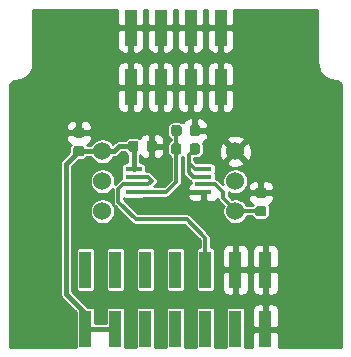
<source format=gbr>
G04 #@! TF.GenerationSoftware,KiCad,Pcbnew,5.1.12-84ad8e8a86~92~ubuntu20.04.1*
G04 #@! TF.CreationDate,2022-01-25T20:23:26-05:00*
G04 #@! TF.ProjectId,ABPDJJT001PGAA5_sensor_module,41425044-4a4a-4543-9030-315047414135,rev?*
G04 #@! TF.SameCoordinates,Original*
G04 #@! TF.FileFunction,Copper,L4,Bot*
G04 #@! TF.FilePolarity,Positive*
%FSLAX46Y46*%
G04 Gerber Fmt 4.6, Leading zero omitted, Abs format (unit mm)*
G04 Created by KiCad (PCBNEW 5.1.12-84ad8e8a86~92~ubuntu20.04.1) date 2022-01-25 20:23:26*
%MOMM*%
%LPD*%
G01*
G04 APERTURE LIST*
G04 #@! TA.AperFunction,ComponentPad*
%ADD10C,1.524000*%
G04 #@! TD*
G04 #@! TA.AperFunction,SMDPad,CuDef*
%ADD11R,1.000000X3.150000*%
G04 #@! TD*
G04 #@! TA.AperFunction,SMDPad,CuDef*
%ADD12R,1.450000X0.450000*%
G04 #@! TD*
G04 #@! TA.AperFunction,Conductor*
%ADD13C,0.300000*%
G04 #@! TD*
G04 #@! TA.AperFunction,Conductor*
%ADD14C,0.400000*%
G04 #@! TD*
G04 #@! TA.AperFunction,Conductor*
%ADD15C,0.500000*%
G04 #@! TD*
G04 #@! TA.AperFunction,Conductor*
%ADD16C,0.254000*%
G04 #@! TD*
G04 #@! TA.AperFunction,Conductor*
%ADD17C,0.100000*%
G04 #@! TD*
G04 APERTURE END LIST*
D10*
X118014920Y-42529760D03*
X118014920Y-45069760D03*
X118014920Y-47609760D03*
X106764920Y-47609760D03*
X106764920Y-45069760D03*
X106764920Y-42529760D03*
G04 #@! TA.AperFunction,SMDPad,CuDef*
G36*
G01*
X105021090Y-42949580D02*
X104508590Y-42949580D01*
G75*
G02*
X104289840Y-42730830I0J218750D01*
G01*
X104289840Y-42293330D01*
G75*
G02*
X104508590Y-42074580I218750J0D01*
G01*
X105021090Y-42074580D01*
G75*
G02*
X105239840Y-42293330I0J-218750D01*
G01*
X105239840Y-42730830D01*
G75*
G02*
X105021090Y-42949580I-218750J0D01*
G01*
G37*
G04 #@! TD.AperFunction*
G04 #@! TA.AperFunction,SMDPad,CuDef*
G36*
G01*
X105021090Y-41374580D02*
X104508590Y-41374580D01*
G75*
G02*
X104289840Y-41155830I0J218750D01*
G01*
X104289840Y-40718330D01*
G75*
G02*
X104508590Y-40499580I218750J0D01*
G01*
X105021090Y-40499580D01*
G75*
G02*
X105239840Y-40718330I0J-218750D01*
G01*
X105239840Y-41155830D01*
G75*
G02*
X105021090Y-41374580I-218750J0D01*
G01*
G37*
G04 #@! TD.AperFunction*
G04 #@! TA.AperFunction,SMDPad,CuDef*
G36*
G01*
X120426190Y-46472360D02*
X119913690Y-46472360D01*
G75*
G02*
X119694940Y-46253610I0J218750D01*
G01*
X119694940Y-45816110D01*
G75*
G02*
X119913690Y-45597360I218750J0D01*
G01*
X120426190Y-45597360D01*
G75*
G02*
X120644940Y-45816110I0J-218750D01*
G01*
X120644940Y-46253610D01*
G75*
G02*
X120426190Y-46472360I-218750J0D01*
G01*
G37*
G04 #@! TD.AperFunction*
G04 #@! TA.AperFunction,SMDPad,CuDef*
G36*
G01*
X120426190Y-48047360D02*
X119913690Y-48047360D01*
G75*
G02*
X119694940Y-47828610I0J218750D01*
G01*
X119694940Y-47391110D01*
G75*
G02*
X119913690Y-47172360I218750J0D01*
G01*
X120426190Y-47172360D01*
G75*
G02*
X120644940Y-47391110I0J-218750D01*
G01*
X120644940Y-47828610D01*
G75*
G02*
X120426190Y-48047360I-218750J0D01*
G01*
G37*
G04 #@! TD.AperFunction*
G04 #@! TA.AperFunction,SMDPad,CuDef*
G36*
G01*
X112572080Y-42587890D02*
X112572080Y-42075390D01*
G75*
G02*
X112790830Y-41856640I218750J0D01*
G01*
X113228330Y-41856640D01*
G75*
G02*
X113447080Y-42075390I0J-218750D01*
G01*
X113447080Y-42587890D01*
G75*
G02*
X113228330Y-42806640I-218750J0D01*
G01*
X112790830Y-42806640D01*
G75*
G02*
X112572080Y-42587890I0J218750D01*
G01*
G37*
G04 #@! TD.AperFunction*
G04 #@! TA.AperFunction,SMDPad,CuDef*
G36*
G01*
X114147080Y-42587890D02*
X114147080Y-42075390D01*
G75*
G02*
X114365830Y-41856640I218750J0D01*
G01*
X114803330Y-41856640D01*
G75*
G02*
X115022080Y-42075390I0J-218750D01*
G01*
X115022080Y-42587890D01*
G75*
G02*
X114803330Y-42806640I-218750J0D01*
G01*
X114365830Y-42806640D01*
G75*
G02*
X114147080Y-42587890I0J218750D01*
G01*
G37*
G04 #@! TD.AperFunction*
G04 #@! TA.AperFunction,SMDPad,CuDef*
G36*
G01*
X114159780Y-41030870D02*
X114159780Y-40518370D01*
G75*
G02*
X114378530Y-40299620I218750J0D01*
G01*
X114816030Y-40299620D01*
G75*
G02*
X115034780Y-40518370I0J-218750D01*
G01*
X115034780Y-41030870D01*
G75*
G02*
X114816030Y-41249620I-218750J0D01*
G01*
X114378530Y-41249620D01*
G75*
G02*
X114159780Y-41030870I0J218750D01*
G01*
G37*
G04 #@! TD.AperFunction*
G04 #@! TA.AperFunction,SMDPad,CuDef*
G36*
G01*
X112584780Y-41030870D02*
X112584780Y-40518370D01*
G75*
G02*
X112803530Y-40299620I218750J0D01*
G01*
X113241030Y-40299620D01*
G75*
G02*
X113459780Y-40518370I0J-218750D01*
G01*
X113459780Y-41030870D01*
G75*
G02*
X113241030Y-41249620I-218750J0D01*
G01*
X112803530Y-41249620D01*
G75*
G02*
X112584780Y-41030870I0J218750D01*
G01*
G37*
G04 #@! TD.AperFunction*
D11*
X105330000Y-52555000D03*
X105330000Y-57605000D03*
X107870000Y-52555000D03*
X107870000Y-57605000D03*
X110410000Y-52555000D03*
X110410000Y-57605000D03*
X112950000Y-52555000D03*
X112950000Y-57605000D03*
X115490000Y-52555000D03*
X115490000Y-57605000D03*
X118030000Y-52555000D03*
X118030000Y-57605000D03*
X120570000Y-52555000D03*
X120570000Y-57605000D03*
X116770000Y-37105000D03*
X116770000Y-32055000D03*
X114230000Y-37105000D03*
X114230000Y-32055000D03*
X111690000Y-37105000D03*
X111690000Y-32055000D03*
X109150000Y-37105000D03*
X109150000Y-32055000D03*
D12*
X115300000Y-44035000D03*
X115300000Y-44685000D03*
X115300000Y-45335000D03*
X115300000Y-45985000D03*
X109400000Y-45985000D03*
X109400000Y-45335000D03*
X109400000Y-44685000D03*
X109400000Y-44035000D03*
G04 #@! TA.AperFunction,SMDPad,CuDef*
G36*
G01*
X108929720Y-42356750D02*
X108929720Y-41844250D01*
G75*
G02*
X109148470Y-41625500I218750J0D01*
G01*
X109585970Y-41625500D01*
G75*
G02*
X109804720Y-41844250I0J-218750D01*
G01*
X109804720Y-42356750D01*
G75*
G02*
X109585970Y-42575500I-218750J0D01*
G01*
X109148470Y-42575500D01*
G75*
G02*
X108929720Y-42356750I0J218750D01*
G01*
G37*
G04 #@! TD.AperFunction*
G04 #@! TA.AperFunction,SMDPad,CuDef*
G36*
G01*
X110504720Y-42356750D02*
X110504720Y-41844250D01*
G75*
G02*
X110723470Y-41625500I218750J0D01*
G01*
X111160970Y-41625500D01*
G75*
G02*
X111379720Y-41844250I0J-218750D01*
G01*
X111379720Y-42356750D01*
G75*
G02*
X111160970Y-42575500I-218750J0D01*
G01*
X110723470Y-42575500D01*
G75*
G02*
X110504720Y-42356750I0J218750D01*
G01*
G37*
G04 #@! TD.AperFunction*
D13*
X116325000Y-45335000D02*
X116984780Y-45994780D01*
X115300000Y-45335000D02*
X116325000Y-45335000D01*
X116984780Y-46459780D02*
X118095000Y-47570000D01*
X116984780Y-45994780D02*
X116984780Y-46459780D01*
X120130080Y-47570000D02*
X120169940Y-47609860D01*
X118095000Y-47570000D02*
X120130080Y-47570000D01*
D14*
X106822920Y-42512080D02*
X106845000Y-42490000D01*
X104764840Y-42512080D02*
X106822920Y-42512080D01*
X107784020Y-42490000D02*
X108173520Y-42100500D01*
X106845000Y-42490000D02*
X107784020Y-42490000D01*
X109367220Y-42100500D02*
X108173520Y-42100500D01*
X109400000Y-42133280D02*
X109367220Y-42100500D01*
X109400000Y-44035000D02*
X109400000Y-42133280D01*
X105330000Y-57605000D02*
X105330000Y-56249580D01*
X105330000Y-56249580D02*
X103692960Y-54612540D01*
X103692960Y-43583960D02*
X104764840Y-42512080D01*
X103692960Y-54612540D02*
X103692960Y-43583960D01*
X105330000Y-57605000D02*
X107870000Y-57605000D01*
D15*
X115490000Y-53810000D02*
X115490000Y-52607919D01*
D13*
X110648940Y-45335000D02*
X109400000Y-45335000D01*
X110957360Y-45026580D02*
X110648940Y-45335000D01*
X110615780Y-44685000D02*
X110957360Y-45026580D01*
X109400000Y-44685000D02*
X110615780Y-44685000D01*
X115490000Y-52555000D02*
X115490000Y-49851320D01*
X115490000Y-49851320D02*
X113908840Y-48270160D01*
X113908840Y-48270160D02*
X109575600Y-48270160D01*
X109575600Y-48270160D02*
X108115100Y-46809660D01*
X108115100Y-46809660D02*
X108115100Y-45684440D01*
X108464540Y-45335000D02*
X109400000Y-45335000D01*
X108115100Y-45684440D02*
X108464540Y-45335000D01*
X113009580Y-40787320D02*
X113022280Y-40774620D01*
X113009580Y-42331640D02*
X113009580Y-40787320D01*
X109400000Y-45985000D02*
X112152860Y-45985000D01*
X113009580Y-45128280D02*
X113009580Y-42331640D01*
X112152860Y-45985000D02*
X113009580Y-45128280D01*
X115300000Y-44035000D02*
X114596200Y-44035000D01*
X114596200Y-44035000D02*
X114056160Y-43494960D01*
X114056160Y-42860060D02*
X114584580Y-42331640D01*
X114056160Y-43494960D02*
X114056160Y-42860060D01*
X115300000Y-44685000D02*
X114418160Y-44685000D01*
X114056160Y-44323000D02*
X114056160Y-43494960D01*
X114418160Y-44685000D02*
X114056160Y-44323000D01*
D16*
X108015000Y-31769250D02*
X108173750Y-31928000D01*
X109023000Y-31928000D01*
X109023000Y-31908000D01*
X109277000Y-31908000D01*
X109277000Y-31928000D01*
X110126250Y-31928000D01*
X110285000Y-31769250D01*
X110287889Y-30557000D01*
X110552111Y-30557000D01*
X110555000Y-31769250D01*
X110713750Y-31928000D01*
X111563000Y-31928000D01*
X111563000Y-31908000D01*
X111817000Y-31908000D01*
X111817000Y-31928000D01*
X112666250Y-31928000D01*
X112825000Y-31769250D01*
X112827889Y-30557000D01*
X113092111Y-30557000D01*
X113095000Y-31769250D01*
X113253750Y-31928000D01*
X114103000Y-31928000D01*
X114103000Y-31908000D01*
X114357000Y-31908000D01*
X114357000Y-31928000D01*
X115206250Y-31928000D01*
X115365000Y-31769250D01*
X115367889Y-30557000D01*
X115632111Y-30557000D01*
X115635000Y-31769250D01*
X115793750Y-31928000D01*
X116643000Y-31928000D01*
X116643000Y-31908000D01*
X116897000Y-31908000D01*
X116897000Y-31928000D01*
X117746250Y-31928000D01*
X117905000Y-31769250D01*
X117907889Y-30557000D01*
X124973000Y-30557000D01*
X124973001Y-35103423D01*
X124975030Y-35124025D01*
X124974987Y-35130214D01*
X124975637Y-35136842D01*
X124996038Y-35330939D01*
X125004734Y-35373303D01*
X125012832Y-35415755D01*
X125014756Y-35422126D01*
X125014757Y-35422132D01*
X125014759Y-35422138D01*
X125072469Y-35608568D01*
X125089220Y-35648418D01*
X125105417Y-35688508D01*
X125108542Y-35694384D01*
X125108544Y-35694389D01*
X125108547Y-35694393D01*
X125201369Y-35866065D01*
X125225564Y-35901936D01*
X125249218Y-35938084D01*
X125253420Y-35943236D01*
X125253426Y-35943244D01*
X125253433Y-35943251D01*
X125377832Y-36093623D01*
X125408498Y-36124076D01*
X125438756Y-36154975D01*
X125443882Y-36159214D01*
X125443888Y-36159220D01*
X125443895Y-36159224D01*
X125595130Y-36282569D01*
X125631133Y-36306489D01*
X125666812Y-36330920D01*
X125672666Y-36334084D01*
X125672670Y-36334087D01*
X125672674Y-36334089D01*
X125844993Y-36425712D01*
X125884972Y-36442190D01*
X125924700Y-36459218D01*
X125931056Y-36461185D01*
X125931063Y-36461188D01*
X125931070Y-36461189D01*
X126117898Y-36517597D01*
X126160337Y-36526000D01*
X126202595Y-36534983D01*
X126209212Y-36535677D01*
X126209220Y-36535679D01*
X126209228Y-36535679D01*
X126403452Y-36554723D01*
X126551139Y-36569204D01*
X126648432Y-36598579D01*
X126738159Y-36646287D01*
X126816911Y-36710517D01*
X126881690Y-36788820D01*
X126930026Y-36878216D01*
X126960077Y-36975296D01*
X126973000Y-37098248D01*
X126973001Y-59103000D01*
X121707889Y-59103000D01*
X121705000Y-57890750D01*
X121546250Y-57732000D01*
X120697000Y-57732000D01*
X120697000Y-57752000D01*
X120443000Y-57752000D01*
X120443000Y-57732000D01*
X119593750Y-57732000D01*
X119435000Y-57890750D01*
X119432111Y-59103000D01*
X118858582Y-59103000D01*
X118858582Y-56030000D01*
X119431928Y-56030000D01*
X119435000Y-57319250D01*
X119593750Y-57478000D01*
X120443000Y-57478000D01*
X120443000Y-55553750D01*
X120697000Y-55553750D01*
X120697000Y-57478000D01*
X121546250Y-57478000D01*
X121705000Y-57319250D01*
X121708072Y-56030000D01*
X121695812Y-55905518D01*
X121659502Y-55785820D01*
X121600537Y-55675506D01*
X121521185Y-55578815D01*
X121424494Y-55499463D01*
X121314180Y-55440498D01*
X121194482Y-55404188D01*
X121070000Y-55391928D01*
X120855750Y-55395000D01*
X120697000Y-55553750D01*
X120443000Y-55553750D01*
X120284250Y-55395000D01*
X120070000Y-55391928D01*
X119945518Y-55404188D01*
X119825820Y-55440498D01*
X119715506Y-55499463D01*
X119618815Y-55578815D01*
X119539463Y-55675506D01*
X119480498Y-55785820D01*
X119444188Y-55905518D01*
X119431928Y-56030000D01*
X118858582Y-56030000D01*
X118852268Y-55965897D01*
X118833570Y-55904257D01*
X118803206Y-55847450D01*
X118762343Y-55797657D01*
X118712550Y-55756794D01*
X118655743Y-55726430D01*
X118594103Y-55707732D01*
X118530000Y-55701418D01*
X117530000Y-55701418D01*
X117465897Y-55707732D01*
X117404257Y-55726430D01*
X117347450Y-55756794D01*
X117297657Y-55797657D01*
X117256794Y-55847450D01*
X117226430Y-55904257D01*
X117207732Y-55965897D01*
X117201418Y-56030000D01*
X117201418Y-59103000D01*
X116318582Y-59103000D01*
X116318582Y-56030000D01*
X116312268Y-55965897D01*
X116293570Y-55904257D01*
X116263206Y-55847450D01*
X116222343Y-55797657D01*
X116172550Y-55756794D01*
X116115743Y-55726430D01*
X116054103Y-55707732D01*
X115990000Y-55701418D01*
X114990000Y-55701418D01*
X114925897Y-55707732D01*
X114864257Y-55726430D01*
X114807450Y-55756794D01*
X114757657Y-55797657D01*
X114716794Y-55847450D01*
X114686430Y-55904257D01*
X114667732Y-55965897D01*
X114661418Y-56030000D01*
X114661418Y-59103000D01*
X113778582Y-59103000D01*
X113778582Y-56030000D01*
X113772268Y-55965897D01*
X113753570Y-55904257D01*
X113723206Y-55847450D01*
X113682343Y-55797657D01*
X113632550Y-55756794D01*
X113575743Y-55726430D01*
X113514103Y-55707732D01*
X113450000Y-55701418D01*
X112450000Y-55701418D01*
X112385897Y-55707732D01*
X112324257Y-55726430D01*
X112267450Y-55756794D01*
X112217657Y-55797657D01*
X112176794Y-55847450D01*
X112146430Y-55904257D01*
X112127732Y-55965897D01*
X112121418Y-56030000D01*
X112121418Y-59103000D01*
X111238582Y-59103000D01*
X111238582Y-56030000D01*
X111232268Y-55965897D01*
X111213570Y-55904257D01*
X111183206Y-55847450D01*
X111142343Y-55797657D01*
X111092550Y-55756794D01*
X111035743Y-55726430D01*
X110974103Y-55707732D01*
X110910000Y-55701418D01*
X109910000Y-55701418D01*
X109845897Y-55707732D01*
X109784257Y-55726430D01*
X109727450Y-55756794D01*
X109677657Y-55797657D01*
X109636794Y-55847450D01*
X109606430Y-55904257D01*
X109587732Y-55965897D01*
X109581418Y-56030000D01*
X109581418Y-59103000D01*
X108698582Y-59103000D01*
X108698582Y-56030000D01*
X108692268Y-55965897D01*
X108673570Y-55904257D01*
X108643206Y-55847450D01*
X108602343Y-55797657D01*
X108552550Y-55756794D01*
X108495743Y-55726430D01*
X108434103Y-55707732D01*
X108370000Y-55701418D01*
X107370000Y-55701418D01*
X107305897Y-55707732D01*
X107244257Y-55726430D01*
X107187450Y-55756794D01*
X107137657Y-55797657D01*
X107096794Y-55847450D01*
X107066430Y-55904257D01*
X107047732Y-55965897D01*
X107041418Y-56030000D01*
X107041418Y-57078000D01*
X106158582Y-57078000D01*
X106158582Y-56030000D01*
X106152268Y-55965897D01*
X106133570Y-55904257D01*
X106103206Y-55847450D01*
X106062343Y-55797657D01*
X106012550Y-55756794D01*
X105955743Y-55726430D01*
X105894103Y-55707732D01*
X105830000Y-55701418D01*
X105527128Y-55701418D01*
X104219960Y-54394251D01*
X104219960Y-50980000D01*
X104501418Y-50980000D01*
X104501418Y-54130000D01*
X104507732Y-54194103D01*
X104526430Y-54255743D01*
X104556794Y-54312550D01*
X104597657Y-54362343D01*
X104647450Y-54403206D01*
X104704257Y-54433570D01*
X104765897Y-54452268D01*
X104830000Y-54458582D01*
X105830000Y-54458582D01*
X105894103Y-54452268D01*
X105955743Y-54433570D01*
X106012550Y-54403206D01*
X106062343Y-54362343D01*
X106103206Y-54312550D01*
X106133570Y-54255743D01*
X106152268Y-54194103D01*
X106158582Y-54130000D01*
X106158582Y-50980000D01*
X107041418Y-50980000D01*
X107041418Y-54130000D01*
X107047732Y-54194103D01*
X107066430Y-54255743D01*
X107096794Y-54312550D01*
X107137657Y-54362343D01*
X107187450Y-54403206D01*
X107244257Y-54433570D01*
X107305897Y-54452268D01*
X107370000Y-54458582D01*
X108370000Y-54458582D01*
X108434103Y-54452268D01*
X108495743Y-54433570D01*
X108552550Y-54403206D01*
X108602343Y-54362343D01*
X108643206Y-54312550D01*
X108673570Y-54255743D01*
X108692268Y-54194103D01*
X108698582Y-54130000D01*
X108698582Y-50980000D01*
X109581418Y-50980000D01*
X109581418Y-54130000D01*
X109587732Y-54194103D01*
X109606430Y-54255743D01*
X109636794Y-54312550D01*
X109677657Y-54362343D01*
X109727450Y-54403206D01*
X109784257Y-54433570D01*
X109845897Y-54452268D01*
X109910000Y-54458582D01*
X110910000Y-54458582D01*
X110974103Y-54452268D01*
X111035743Y-54433570D01*
X111092550Y-54403206D01*
X111142343Y-54362343D01*
X111183206Y-54312550D01*
X111213570Y-54255743D01*
X111232268Y-54194103D01*
X111238582Y-54130000D01*
X111238582Y-50980000D01*
X112121418Y-50980000D01*
X112121418Y-54130000D01*
X112127732Y-54194103D01*
X112146430Y-54255743D01*
X112176794Y-54312550D01*
X112217657Y-54362343D01*
X112267450Y-54403206D01*
X112324257Y-54433570D01*
X112385897Y-54452268D01*
X112450000Y-54458582D01*
X113450000Y-54458582D01*
X113514103Y-54452268D01*
X113575743Y-54433570D01*
X113632550Y-54403206D01*
X113682343Y-54362343D01*
X113723206Y-54312550D01*
X113753570Y-54255743D01*
X113772268Y-54194103D01*
X113778582Y-54130000D01*
X113778582Y-50980000D01*
X113772268Y-50915897D01*
X113753570Y-50854257D01*
X113723206Y-50797450D01*
X113682343Y-50747657D01*
X113632550Y-50706794D01*
X113575743Y-50676430D01*
X113514103Y-50657732D01*
X113450000Y-50651418D01*
X112450000Y-50651418D01*
X112385897Y-50657732D01*
X112324257Y-50676430D01*
X112267450Y-50706794D01*
X112217657Y-50747657D01*
X112176794Y-50797450D01*
X112146430Y-50854257D01*
X112127732Y-50915897D01*
X112121418Y-50980000D01*
X111238582Y-50980000D01*
X111232268Y-50915897D01*
X111213570Y-50854257D01*
X111183206Y-50797450D01*
X111142343Y-50747657D01*
X111092550Y-50706794D01*
X111035743Y-50676430D01*
X110974103Y-50657732D01*
X110910000Y-50651418D01*
X109910000Y-50651418D01*
X109845897Y-50657732D01*
X109784257Y-50676430D01*
X109727450Y-50706794D01*
X109677657Y-50747657D01*
X109636794Y-50797450D01*
X109606430Y-50854257D01*
X109587732Y-50915897D01*
X109581418Y-50980000D01*
X108698582Y-50980000D01*
X108692268Y-50915897D01*
X108673570Y-50854257D01*
X108643206Y-50797450D01*
X108602343Y-50747657D01*
X108552550Y-50706794D01*
X108495743Y-50676430D01*
X108434103Y-50657732D01*
X108370000Y-50651418D01*
X107370000Y-50651418D01*
X107305897Y-50657732D01*
X107244257Y-50676430D01*
X107187450Y-50706794D01*
X107137657Y-50747657D01*
X107096794Y-50797450D01*
X107066430Y-50854257D01*
X107047732Y-50915897D01*
X107041418Y-50980000D01*
X106158582Y-50980000D01*
X106152268Y-50915897D01*
X106133570Y-50854257D01*
X106103206Y-50797450D01*
X106062343Y-50747657D01*
X106012550Y-50706794D01*
X105955743Y-50676430D01*
X105894103Y-50657732D01*
X105830000Y-50651418D01*
X104830000Y-50651418D01*
X104765897Y-50657732D01*
X104704257Y-50676430D01*
X104647450Y-50706794D01*
X104597657Y-50747657D01*
X104556794Y-50797450D01*
X104526430Y-50854257D01*
X104507732Y-50915897D01*
X104501418Y-50980000D01*
X104219960Y-50980000D01*
X104219960Y-43802249D01*
X104744048Y-43278162D01*
X105021090Y-43278162D01*
X105127869Y-43267645D01*
X105230545Y-43236499D01*
X105325171Y-43185920D01*
X105408112Y-43117852D01*
X105472759Y-43039080D01*
X105797162Y-43039080D01*
X105799861Y-43045595D01*
X105919039Y-43223957D01*
X106070723Y-43375641D01*
X106249085Y-43494819D01*
X106447270Y-43576910D01*
X106657663Y-43618760D01*
X106872177Y-43618760D01*
X107082570Y-43576910D01*
X107280755Y-43494819D01*
X107459117Y-43375641D01*
X107610801Y-43223957D01*
X107729979Y-43045595D01*
X107741823Y-43017000D01*
X107758139Y-43017000D01*
X107784020Y-43019549D01*
X107809901Y-43017000D01*
X107887330Y-43009374D01*
X107986670Y-42979239D01*
X108078222Y-42930304D01*
X108158468Y-42864448D01*
X108174975Y-42844334D01*
X108391810Y-42627500D01*
X108675564Y-42627500D01*
X108693380Y-42660831D01*
X108761448Y-42743772D01*
X108844389Y-42811840D01*
X108873001Y-42827133D01*
X108873000Y-43481418D01*
X108675000Y-43481418D01*
X108610897Y-43487732D01*
X108549257Y-43506430D01*
X108492450Y-43536794D01*
X108442657Y-43577657D01*
X108401794Y-43627450D01*
X108371430Y-43684257D01*
X108352732Y-43745897D01*
X108346418Y-43810000D01*
X108346418Y-44260000D01*
X108352732Y-44324103D01*
X108363621Y-44360000D01*
X108352732Y-44395897D01*
X108346418Y-44460000D01*
X108346418Y-44872369D01*
X108281117Y-44892178D01*
X108198251Y-44936471D01*
X108152397Y-44974103D01*
X108125619Y-44996079D01*
X108110689Y-45014271D01*
X107830573Y-45294387D01*
X107853920Y-45177017D01*
X107853920Y-44962503D01*
X107812070Y-44752110D01*
X107729979Y-44553925D01*
X107610801Y-44375563D01*
X107459117Y-44223879D01*
X107280755Y-44104701D01*
X107082570Y-44022610D01*
X106872177Y-43980760D01*
X106657663Y-43980760D01*
X106447270Y-44022610D01*
X106249085Y-44104701D01*
X106070723Y-44223879D01*
X105919039Y-44375563D01*
X105799861Y-44553925D01*
X105717770Y-44752110D01*
X105675920Y-44962503D01*
X105675920Y-45177017D01*
X105717770Y-45387410D01*
X105799861Y-45585595D01*
X105919039Y-45763957D01*
X106070723Y-45915641D01*
X106249085Y-46034819D01*
X106447270Y-46116910D01*
X106657663Y-46158760D01*
X106872177Y-46158760D01*
X107082570Y-46116910D01*
X107280755Y-46034819D01*
X107459117Y-45915641D01*
X107610801Y-45763957D01*
X107638101Y-45723100D01*
X107638100Y-46786245D01*
X107635794Y-46809660D01*
X107638100Y-46833075D01*
X107638100Y-46833082D01*
X107645003Y-46903167D01*
X107672278Y-46993082D01*
X107710986Y-47065500D01*
X107610801Y-46915563D01*
X107459117Y-46763879D01*
X107280755Y-46644701D01*
X107082570Y-46562610D01*
X106872177Y-46520760D01*
X106657663Y-46520760D01*
X106447270Y-46562610D01*
X106249085Y-46644701D01*
X106070723Y-46763879D01*
X105919039Y-46915563D01*
X105799861Y-47093925D01*
X105717770Y-47292110D01*
X105675920Y-47502503D01*
X105675920Y-47717017D01*
X105717770Y-47927410D01*
X105799861Y-48125595D01*
X105919039Y-48303957D01*
X106070723Y-48455641D01*
X106249085Y-48574819D01*
X106447270Y-48656910D01*
X106657663Y-48698760D01*
X106872177Y-48698760D01*
X107082570Y-48656910D01*
X107280755Y-48574819D01*
X107459117Y-48455641D01*
X107610801Y-48303957D01*
X107729979Y-48125595D01*
X107812070Y-47927410D01*
X107853920Y-47717017D01*
X107853920Y-47502503D01*
X107812070Y-47292110D01*
X107729979Y-47093925D01*
X107724088Y-47085108D01*
X107776179Y-47148581D01*
X107794376Y-47163515D01*
X109221747Y-48590887D01*
X109236679Y-48609081D01*
X109309311Y-48668689D01*
X109392177Y-48712982D01*
X109482092Y-48740257D01*
X109552177Y-48747160D01*
X109552185Y-48747160D01*
X109575600Y-48749466D01*
X109599015Y-48747160D01*
X113711261Y-48747160D01*
X115013001Y-50048901D01*
X115013001Y-50651418D01*
X114990000Y-50651418D01*
X114925897Y-50657732D01*
X114864257Y-50676430D01*
X114807450Y-50706794D01*
X114757657Y-50747657D01*
X114716794Y-50797450D01*
X114686430Y-50854257D01*
X114667732Y-50915897D01*
X114661418Y-50980000D01*
X114661418Y-54130000D01*
X114667732Y-54194103D01*
X114686430Y-54255743D01*
X114716794Y-54312550D01*
X114757657Y-54362343D01*
X114807450Y-54403206D01*
X114864257Y-54433570D01*
X114925897Y-54452268D01*
X114990000Y-54458582D01*
X115990000Y-54458582D01*
X116054103Y-54452268D01*
X116115743Y-54433570D01*
X116172550Y-54403206D01*
X116222343Y-54362343D01*
X116263206Y-54312550D01*
X116293570Y-54255743D01*
X116312268Y-54194103D01*
X116318582Y-54130000D01*
X116891928Y-54130000D01*
X116904188Y-54254482D01*
X116940498Y-54374180D01*
X116999463Y-54484494D01*
X117078815Y-54581185D01*
X117175506Y-54660537D01*
X117285820Y-54719502D01*
X117405518Y-54755812D01*
X117530000Y-54768072D01*
X117744250Y-54765000D01*
X117903000Y-54606250D01*
X117903000Y-52682000D01*
X118157000Y-52682000D01*
X118157000Y-54606250D01*
X118315750Y-54765000D01*
X118530000Y-54768072D01*
X118654482Y-54755812D01*
X118774180Y-54719502D01*
X118884494Y-54660537D01*
X118981185Y-54581185D01*
X119060537Y-54484494D01*
X119119502Y-54374180D01*
X119155812Y-54254482D01*
X119168072Y-54130000D01*
X119431928Y-54130000D01*
X119444188Y-54254482D01*
X119480498Y-54374180D01*
X119539463Y-54484494D01*
X119618815Y-54581185D01*
X119715506Y-54660537D01*
X119825820Y-54719502D01*
X119945518Y-54755812D01*
X120070000Y-54768072D01*
X120284250Y-54765000D01*
X120443000Y-54606250D01*
X120443000Y-52682000D01*
X120697000Y-52682000D01*
X120697000Y-54606250D01*
X120855750Y-54765000D01*
X121070000Y-54768072D01*
X121194482Y-54755812D01*
X121314180Y-54719502D01*
X121424494Y-54660537D01*
X121521185Y-54581185D01*
X121600537Y-54484494D01*
X121659502Y-54374180D01*
X121695812Y-54254482D01*
X121708072Y-54130000D01*
X121705000Y-52840750D01*
X121546250Y-52682000D01*
X120697000Y-52682000D01*
X120443000Y-52682000D01*
X119593750Y-52682000D01*
X119435000Y-52840750D01*
X119431928Y-54130000D01*
X119168072Y-54130000D01*
X119165000Y-52840750D01*
X119006250Y-52682000D01*
X118157000Y-52682000D01*
X117903000Y-52682000D01*
X117053750Y-52682000D01*
X116895000Y-52840750D01*
X116891928Y-54130000D01*
X116318582Y-54130000D01*
X116318582Y-50980000D01*
X116891928Y-50980000D01*
X116895000Y-52269250D01*
X117053750Y-52428000D01*
X117903000Y-52428000D01*
X117903000Y-50503750D01*
X118157000Y-50503750D01*
X118157000Y-52428000D01*
X119006250Y-52428000D01*
X119165000Y-52269250D01*
X119168072Y-50980000D01*
X119431928Y-50980000D01*
X119435000Y-52269250D01*
X119593750Y-52428000D01*
X120443000Y-52428000D01*
X120443000Y-50503750D01*
X120697000Y-50503750D01*
X120697000Y-52428000D01*
X121546250Y-52428000D01*
X121705000Y-52269250D01*
X121708072Y-50980000D01*
X121695812Y-50855518D01*
X121659502Y-50735820D01*
X121600537Y-50625506D01*
X121521185Y-50528815D01*
X121424494Y-50449463D01*
X121314180Y-50390498D01*
X121194482Y-50354188D01*
X121070000Y-50341928D01*
X120855750Y-50345000D01*
X120697000Y-50503750D01*
X120443000Y-50503750D01*
X120284250Y-50345000D01*
X120070000Y-50341928D01*
X119945518Y-50354188D01*
X119825820Y-50390498D01*
X119715506Y-50449463D01*
X119618815Y-50528815D01*
X119539463Y-50625506D01*
X119480498Y-50735820D01*
X119444188Y-50855518D01*
X119431928Y-50980000D01*
X119168072Y-50980000D01*
X119155812Y-50855518D01*
X119119502Y-50735820D01*
X119060537Y-50625506D01*
X118981185Y-50528815D01*
X118884494Y-50449463D01*
X118774180Y-50390498D01*
X118654482Y-50354188D01*
X118530000Y-50341928D01*
X118315750Y-50345000D01*
X118157000Y-50503750D01*
X117903000Y-50503750D01*
X117744250Y-50345000D01*
X117530000Y-50341928D01*
X117405518Y-50354188D01*
X117285820Y-50390498D01*
X117175506Y-50449463D01*
X117078815Y-50528815D01*
X116999463Y-50625506D01*
X116940498Y-50735820D01*
X116904188Y-50855518D01*
X116891928Y-50980000D01*
X116318582Y-50980000D01*
X116312268Y-50915897D01*
X116293570Y-50854257D01*
X116263206Y-50797450D01*
X116222343Y-50747657D01*
X116172550Y-50706794D01*
X116115743Y-50676430D01*
X116054103Y-50657732D01*
X115990000Y-50651418D01*
X115967000Y-50651418D01*
X115967000Y-49874735D01*
X115969306Y-49851320D01*
X115967000Y-49827905D01*
X115967000Y-49827897D01*
X115960097Y-49757812D01*
X115932822Y-49667897D01*
X115888529Y-49585031D01*
X115828921Y-49512399D01*
X115810729Y-49497469D01*
X114262695Y-47949436D01*
X114247761Y-47931239D01*
X114175129Y-47871631D01*
X114092263Y-47827338D01*
X114002348Y-47800063D01*
X113932263Y-47793160D01*
X113932255Y-47793160D01*
X113908840Y-47790854D01*
X113885425Y-47793160D01*
X109773180Y-47793160D01*
X108592100Y-46612081D01*
X108592100Y-46526566D01*
X108610897Y-46532268D01*
X108675000Y-46538582D01*
X110125000Y-46538582D01*
X110189103Y-46532268D01*
X110250743Y-46513570D01*
X110307550Y-46483206D01*
X110333390Y-46462000D01*
X112129445Y-46462000D01*
X112152860Y-46464306D01*
X112176275Y-46462000D01*
X112176283Y-46462000D01*
X112246368Y-46455097D01*
X112336283Y-46427822D01*
X112419149Y-46383529D01*
X112491781Y-46323921D01*
X112506715Y-46305724D01*
X112570689Y-46241750D01*
X113940000Y-46241750D01*
X113951156Y-46343996D01*
X113989285Y-46463127D01*
X114049922Y-46572531D01*
X114130737Y-46668003D01*
X114228625Y-46745874D01*
X114339825Y-46803151D01*
X114460061Y-46837634D01*
X114584715Y-46847998D01*
X115014250Y-46845000D01*
X115173000Y-46686250D01*
X115173000Y-46083000D01*
X114098750Y-46083000D01*
X113940000Y-46241750D01*
X112570689Y-46241750D01*
X113330309Y-45482131D01*
X113348501Y-45467201D01*
X113408109Y-45394569D01*
X113452402Y-45311703D01*
X113479677Y-45221788D01*
X113486580Y-45151703D01*
X113486580Y-45151696D01*
X113488886Y-45128281D01*
X113486580Y-45104866D01*
X113486580Y-43067477D01*
X113532411Y-43042980D01*
X113579161Y-43004613D01*
X113579160Y-43471544D01*
X113576854Y-43494960D01*
X113579160Y-43518375D01*
X113579160Y-43518382D01*
X113579161Y-43518392D01*
X113579160Y-44299585D01*
X113576854Y-44323000D01*
X113579160Y-44346415D01*
X113579160Y-44346422D01*
X113586063Y-44416507D01*
X113613338Y-44506422D01*
X113657631Y-44589289D01*
X113717239Y-44661921D01*
X113735436Y-44676855D01*
X114064307Y-45005727D01*
X114079239Y-45023921D01*
X114151871Y-45083529D01*
X114234737Y-45127822D01*
X114246418Y-45131365D01*
X114246418Y-45214961D01*
X114228625Y-45224126D01*
X114130737Y-45301997D01*
X114049922Y-45397469D01*
X113989285Y-45506873D01*
X113951156Y-45626004D01*
X113940000Y-45728250D01*
X114098750Y-45887000D01*
X114558939Y-45887000D01*
X114575000Y-45888582D01*
X115447000Y-45888582D01*
X115447000Y-46083000D01*
X115427000Y-46083000D01*
X115427000Y-46686250D01*
X115585750Y-46845000D01*
X116015285Y-46847998D01*
X116139939Y-46837634D01*
X116260175Y-46803151D01*
X116371375Y-46745874D01*
X116469263Y-46668003D01*
X116528318Y-46598237D01*
X116541958Y-46643202D01*
X116555215Y-46668003D01*
X116586252Y-46726069D01*
X116645860Y-46798701D01*
X116664051Y-46813630D01*
X117018956Y-47168536D01*
X116967770Y-47292110D01*
X116925920Y-47502503D01*
X116925920Y-47717017D01*
X116967770Y-47927410D01*
X117049861Y-48125595D01*
X117169039Y-48303957D01*
X117320723Y-48455641D01*
X117499085Y-48574819D01*
X117697270Y-48656910D01*
X117907663Y-48698760D01*
X118122177Y-48698760D01*
X118332570Y-48656910D01*
X118530755Y-48574819D01*
X118709117Y-48455641D01*
X118860801Y-48303957D01*
X118979979Y-48125595D01*
X119012534Y-48047000D01*
X119412797Y-48047000D01*
X119458600Y-48132691D01*
X119526668Y-48215632D01*
X119609609Y-48283700D01*
X119704235Y-48334279D01*
X119806911Y-48365425D01*
X119913690Y-48375942D01*
X120426190Y-48375942D01*
X120532969Y-48365425D01*
X120635645Y-48334279D01*
X120730271Y-48283700D01*
X120813212Y-48215632D01*
X120881280Y-48132691D01*
X120931859Y-48038065D01*
X120963005Y-47935389D01*
X120973522Y-47828610D01*
X120973522Y-47391110D01*
X120963005Y-47284331D01*
X120931859Y-47181655D01*
X120881280Y-47087029D01*
X120866306Y-47068783D01*
X120889120Y-47061862D01*
X120999434Y-47002897D01*
X121096125Y-46923545D01*
X121175477Y-46826854D01*
X121234442Y-46716540D01*
X121270752Y-46596842D01*
X121283012Y-46472360D01*
X121279940Y-46320610D01*
X121121190Y-46161860D01*
X120296940Y-46161860D01*
X120296940Y-46181860D01*
X120042940Y-46181860D01*
X120042940Y-46161860D01*
X119218690Y-46161860D01*
X119059940Y-46320610D01*
X119056868Y-46472360D01*
X119069128Y-46596842D01*
X119105438Y-46716540D01*
X119164403Y-46826854D01*
X119243755Y-46923545D01*
X119340446Y-47002897D01*
X119450760Y-47061862D01*
X119473574Y-47068783D01*
X119458600Y-47087029D01*
X119455408Y-47093000D01*
X118979361Y-47093000D01*
X118860801Y-46915563D01*
X118709117Y-46763879D01*
X118530755Y-46644701D01*
X118332570Y-46562610D01*
X118122177Y-46520760D01*
X117907663Y-46520760D01*
X117751419Y-46551839D01*
X117461780Y-46262201D01*
X117461780Y-46018195D01*
X117462547Y-46010405D01*
X117499085Y-46034819D01*
X117697270Y-46116910D01*
X117907663Y-46158760D01*
X118122177Y-46158760D01*
X118332570Y-46116910D01*
X118530755Y-46034819D01*
X118709117Y-45915641D01*
X118860801Y-45763957D01*
X118972117Y-45597360D01*
X119056868Y-45597360D01*
X119059940Y-45749110D01*
X119218690Y-45907860D01*
X120042940Y-45907860D01*
X120042940Y-45121110D01*
X120296940Y-45121110D01*
X120296940Y-45907860D01*
X121121190Y-45907860D01*
X121279940Y-45749110D01*
X121283012Y-45597360D01*
X121270752Y-45472878D01*
X121234442Y-45353180D01*
X121175477Y-45242866D01*
X121096125Y-45146175D01*
X120999434Y-45066823D01*
X120889120Y-45007858D01*
X120769422Y-44971548D01*
X120644940Y-44959288D01*
X120455690Y-44962360D01*
X120296940Y-45121110D01*
X120042940Y-45121110D01*
X119884190Y-44962360D01*
X119694940Y-44959288D01*
X119570458Y-44971548D01*
X119450760Y-45007858D01*
X119340446Y-45066823D01*
X119243755Y-45146175D01*
X119164403Y-45242866D01*
X119105438Y-45353180D01*
X119069128Y-45472878D01*
X119056868Y-45597360D01*
X118972117Y-45597360D01*
X118979979Y-45585595D01*
X119062070Y-45387410D01*
X119103920Y-45177017D01*
X119103920Y-44962503D01*
X119062070Y-44752110D01*
X118979979Y-44553925D01*
X118860801Y-44375563D01*
X118709117Y-44223879D01*
X118530755Y-44104701D01*
X118332570Y-44022610D01*
X118122177Y-43980760D01*
X117907663Y-43980760D01*
X117697270Y-44022610D01*
X117499085Y-44104701D01*
X117320723Y-44223879D01*
X117169039Y-44375563D01*
X117049861Y-44553925D01*
X116967770Y-44752110D01*
X116925920Y-44962503D01*
X116925920Y-45177017D01*
X116946858Y-45282278D01*
X116678855Y-45014276D01*
X116663921Y-44996079D01*
X116591289Y-44936471D01*
X116508423Y-44892178D01*
X116418508Y-44864903D01*
X116353582Y-44858508D01*
X116353582Y-44460000D01*
X116347268Y-44395897D01*
X116336379Y-44360000D01*
X116347268Y-44324103D01*
X116353582Y-44260000D01*
X116353582Y-43810000D01*
X116347268Y-43745897D01*
X116328570Y-43684257D01*
X116298206Y-43627450D01*
X116257343Y-43577657D01*
X116207550Y-43536794D01*
X116150743Y-43506430D01*
X116114135Y-43495325D01*
X117228960Y-43495325D01*
X117295940Y-43735416D01*
X117544968Y-43852516D01*
X117812055Y-43918783D01*
X118086937Y-43931670D01*
X118359053Y-43890682D01*
X118617943Y-43797396D01*
X118733900Y-43735416D01*
X118800880Y-43495325D01*
X118014920Y-42709365D01*
X117228960Y-43495325D01*
X116114135Y-43495325D01*
X116089103Y-43487732D01*
X116025000Y-43481418D01*
X114717198Y-43481418D01*
X114533160Y-43297381D01*
X114533160Y-43135222D01*
X114803330Y-43135222D01*
X114910109Y-43124705D01*
X115012785Y-43093559D01*
X115107411Y-43042980D01*
X115190352Y-42974912D01*
X115258420Y-42891971D01*
X115308999Y-42797345D01*
X115340145Y-42694669D01*
X115349294Y-42601777D01*
X116613010Y-42601777D01*
X116653998Y-42873893D01*
X116747284Y-43132783D01*
X116809264Y-43248740D01*
X117049355Y-43315720D01*
X117835315Y-42529760D01*
X118194525Y-42529760D01*
X118980485Y-43315720D01*
X119220576Y-43248740D01*
X119337676Y-42999712D01*
X119403943Y-42732625D01*
X119416830Y-42457743D01*
X119375842Y-42185627D01*
X119282556Y-41926737D01*
X119220576Y-41810780D01*
X118980485Y-41743800D01*
X118194525Y-42529760D01*
X117835315Y-42529760D01*
X117049355Y-41743800D01*
X116809264Y-41810780D01*
X116692164Y-42059808D01*
X116625897Y-42326895D01*
X116613010Y-42601777D01*
X115349294Y-42601777D01*
X115350662Y-42587890D01*
X115350662Y-42075390D01*
X115340145Y-41968611D01*
X115308999Y-41865935D01*
X115291177Y-41832592D01*
X115389274Y-41780157D01*
X115485965Y-41700805D01*
X115565317Y-41604114D01*
X115586654Y-41564195D01*
X117228960Y-41564195D01*
X118014920Y-42350155D01*
X118800880Y-41564195D01*
X118733900Y-41324104D01*
X118484872Y-41207004D01*
X118217785Y-41140737D01*
X117942903Y-41127850D01*
X117670787Y-41168838D01*
X117411897Y-41262124D01*
X117295940Y-41324104D01*
X117228960Y-41564195D01*
X115586654Y-41564195D01*
X115624282Y-41493800D01*
X115660592Y-41374102D01*
X115672852Y-41249620D01*
X115669780Y-41060370D01*
X115511030Y-40901620D01*
X114724280Y-40901620D01*
X114724280Y-40921620D01*
X114470280Y-40921620D01*
X114470280Y-40901620D01*
X114450280Y-40901620D01*
X114450280Y-40647620D01*
X114470280Y-40647620D01*
X114470280Y-39823370D01*
X114724280Y-39823370D01*
X114724280Y-40647620D01*
X115511030Y-40647620D01*
X115669780Y-40488870D01*
X115672852Y-40299620D01*
X115660592Y-40175138D01*
X115624282Y-40055440D01*
X115565317Y-39945126D01*
X115485965Y-39848435D01*
X115389274Y-39769083D01*
X115278960Y-39710118D01*
X115159262Y-39673808D01*
X115034780Y-39661548D01*
X114883030Y-39664620D01*
X114724280Y-39823370D01*
X114470280Y-39823370D01*
X114311530Y-39664620D01*
X114159780Y-39661548D01*
X114035298Y-39673808D01*
X113915600Y-39710118D01*
X113805286Y-39769083D01*
X113708595Y-39848435D01*
X113629243Y-39945126D01*
X113570278Y-40055440D01*
X113563357Y-40078254D01*
X113545111Y-40063280D01*
X113450485Y-40012701D01*
X113347809Y-39981555D01*
X113241030Y-39971038D01*
X112803530Y-39971038D01*
X112696751Y-39981555D01*
X112594075Y-40012701D01*
X112499449Y-40063280D01*
X112416508Y-40131348D01*
X112348440Y-40214289D01*
X112297861Y-40308915D01*
X112266715Y-40411591D01*
X112256198Y-40518370D01*
X112256198Y-41030870D01*
X112266715Y-41137649D01*
X112297861Y-41240325D01*
X112348440Y-41334951D01*
X112416508Y-41417892D01*
X112499449Y-41485960D01*
X112532581Y-41503669D01*
X112532580Y-41595802D01*
X112486749Y-41620300D01*
X112403808Y-41688368D01*
X112335740Y-41771309D01*
X112285161Y-41865935D01*
X112254015Y-41968611D01*
X112243498Y-42075390D01*
X112243498Y-42587890D01*
X112254015Y-42694669D01*
X112285161Y-42797345D01*
X112335740Y-42891971D01*
X112403808Y-42974912D01*
X112486749Y-43042980D01*
X112532581Y-43067478D01*
X112532580Y-44930700D01*
X111955281Y-45508000D01*
X111150519Y-45508000D01*
X111278087Y-45380432D01*
X111296281Y-45365501D01*
X111321312Y-45335000D01*
X111355889Y-45292869D01*
X111400182Y-45210003D01*
X111427457Y-45120088D01*
X111436666Y-45026580D01*
X111431246Y-44971548D01*
X111427457Y-44933072D01*
X111400182Y-44843157D01*
X111367181Y-44781418D01*
X111355889Y-44760292D01*
X111330826Y-44729752D01*
X111311212Y-44705852D01*
X111311209Y-44705849D01*
X111296281Y-44687659D01*
X111278090Y-44672730D01*
X110969635Y-44364276D01*
X110954701Y-44346079D01*
X110882069Y-44286471D01*
X110799203Y-44242178D01*
X110709288Y-44214903D01*
X110639203Y-44208000D01*
X110639195Y-44208000D01*
X110615780Y-44205694D01*
X110592365Y-44208000D01*
X110453582Y-44208000D01*
X110453582Y-43810000D01*
X110447268Y-43745897D01*
X110428570Y-43684257D01*
X110398206Y-43627450D01*
X110357343Y-43577657D01*
X110307550Y-43536794D01*
X110250743Y-43506430D01*
X110189103Y-43487732D01*
X110125000Y-43481418D01*
X109927000Y-43481418D01*
X109927000Y-42841722D01*
X109974183Y-42929994D01*
X110053535Y-43026685D01*
X110150226Y-43106037D01*
X110260540Y-43165002D01*
X110380238Y-43201312D01*
X110504720Y-43213572D01*
X110656470Y-43210500D01*
X110815220Y-43051750D01*
X110815220Y-42227500D01*
X111069220Y-42227500D01*
X111069220Y-43051750D01*
X111227970Y-43210500D01*
X111379720Y-43213572D01*
X111504202Y-43201312D01*
X111623900Y-43165002D01*
X111734214Y-43106037D01*
X111830905Y-43026685D01*
X111910257Y-42929994D01*
X111969222Y-42819680D01*
X112005532Y-42699982D01*
X112017792Y-42575500D01*
X112014720Y-42386250D01*
X111855970Y-42227500D01*
X111069220Y-42227500D01*
X110815220Y-42227500D01*
X110795220Y-42227500D01*
X110795220Y-41973500D01*
X110815220Y-41973500D01*
X110815220Y-41149250D01*
X111069220Y-41149250D01*
X111069220Y-41973500D01*
X111855970Y-41973500D01*
X112014720Y-41814750D01*
X112017792Y-41625500D01*
X112005532Y-41501018D01*
X111969222Y-41381320D01*
X111910257Y-41271006D01*
X111830905Y-41174315D01*
X111734214Y-41094963D01*
X111623900Y-41035998D01*
X111504202Y-40999688D01*
X111379720Y-40987428D01*
X111227970Y-40990500D01*
X111069220Y-41149250D01*
X110815220Y-41149250D01*
X110656470Y-40990500D01*
X110504720Y-40987428D01*
X110380238Y-40999688D01*
X110260540Y-41035998D01*
X110150226Y-41094963D01*
X110053535Y-41174315D01*
X109974183Y-41271006D01*
X109915218Y-41381320D01*
X109908297Y-41404134D01*
X109890051Y-41389160D01*
X109795425Y-41338581D01*
X109692749Y-41307435D01*
X109585970Y-41296918D01*
X109148470Y-41296918D01*
X109041691Y-41307435D01*
X108939015Y-41338581D01*
X108844389Y-41389160D01*
X108761448Y-41457228D01*
X108693380Y-41540169D01*
X108675564Y-41573500D01*
X108199400Y-41573500D01*
X108173519Y-41570951D01*
X108099898Y-41578202D01*
X108070210Y-41581126D01*
X107970870Y-41611261D01*
X107879318Y-41660196D01*
X107799072Y-41726052D01*
X107782569Y-41746161D01*
X107643792Y-41884938D01*
X107610801Y-41835563D01*
X107459117Y-41683879D01*
X107280755Y-41564701D01*
X107082570Y-41482610D01*
X106872177Y-41440760D01*
X106657663Y-41440760D01*
X106447270Y-41482610D01*
X106249085Y-41564701D01*
X106070723Y-41683879D01*
X105919039Y-41835563D01*
X105819135Y-41985080D01*
X105472759Y-41985080D01*
X105461206Y-41971003D01*
X105484020Y-41964082D01*
X105594334Y-41905117D01*
X105691025Y-41825765D01*
X105770377Y-41729074D01*
X105829342Y-41618760D01*
X105865652Y-41499062D01*
X105877912Y-41374580D01*
X105874840Y-41222830D01*
X105716090Y-41064080D01*
X104891840Y-41064080D01*
X104891840Y-41084080D01*
X104637840Y-41084080D01*
X104637840Y-41064080D01*
X103813590Y-41064080D01*
X103654840Y-41222830D01*
X103651768Y-41374580D01*
X103664028Y-41499062D01*
X103700338Y-41618760D01*
X103759303Y-41729074D01*
X103838655Y-41825765D01*
X103935346Y-41905117D01*
X104045660Y-41964082D01*
X104068474Y-41971003D01*
X104053500Y-41989249D01*
X104002921Y-42083875D01*
X103971775Y-42186551D01*
X103961258Y-42293330D01*
X103961258Y-42570372D01*
X103338622Y-43193009D01*
X103318513Y-43209512D01*
X103270805Y-43267645D01*
X103252656Y-43289759D01*
X103203721Y-43381311D01*
X103173586Y-43480651D01*
X103163411Y-43583960D01*
X103165961Y-43609851D01*
X103165960Y-54586659D01*
X103163411Y-54612540D01*
X103165960Y-54638420D01*
X103173586Y-54715849D01*
X103203721Y-54815189D01*
X103252656Y-54906742D01*
X103318512Y-54986988D01*
X103338626Y-55003495D01*
X104501418Y-56166288D01*
X104501418Y-59103000D01*
X98927000Y-59103000D01*
X98927000Y-40499580D01*
X103651768Y-40499580D01*
X103654840Y-40651330D01*
X103813590Y-40810080D01*
X104637840Y-40810080D01*
X104637840Y-40023330D01*
X104891840Y-40023330D01*
X104891840Y-40810080D01*
X105716090Y-40810080D01*
X105874840Y-40651330D01*
X105877912Y-40499580D01*
X105865652Y-40375098D01*
X105829342Y-40255400D01*
X105770377Y-40145086D01*
X105691025Y-40048395D01*
X105594334Y-39969043D01*
X105484020Y-39910078D01*
X105364322Y-39873768D01*
X105239840Y-39861508D01*
X105050590Y-39864580D01*
X104891840Y-40023330D01*
X104637840Y-40023330D01*
X104479090Y-39864580D01*
X104289840Y-39861508D01*
X104165358Y-39873768D01*
X104045660Y-39910078D01*
X103935346Y-39969043D01*
X103838655Y-40048395D01*
X103759303Y-40145086D01*
X103700338Y-40255400D01*
X103664028Y-40375098D01*
X103651768Y-40499580D01*
X98927000Y-40499580D01*
X98927000Y-38680000D01*
X108011928Y-38680000D01*
X108024188Y-38804482D01*
X108060498Y-38924180D01*
X108119463Y-39034494D01*
X108198815Y-39131185D01*
X108295506Y-39210537D01*
X108405820Y-39269502D01*
X108525518Y-39305812D01*
X108650000Y-39318072D01*
X108864250Y-39315000D01*
X109023000Y-39156250D01*
X109023000Y-37232000D01*
X109277000Y-37232000D01*
X109277000Y-39156250D01*
X109435750Y-39315000D01*
X109650000Y-39318072D01*
X109774482Y-39305812D01*
X109894180Y-39269502D01*
X110004494Y-39210537D01*
X110101185Y-39131185D01*
X110180537Y-39034494D01*
X110239502Y-38924180D01*
X110275812Y-38804482D01*
X110288072Y-38680000D01*
X110551928Y-38680000D01*
X110564188Y-38804482D01*
X110600498Y-38924180D01*
X110659463Y-39034494D01*
X110738815Y-39131185D01*
X110835506Y-39210537D01*
X110945820Y-39269502D01*
X111065518Y-39305812D01*
X111190000Y-39318072D01*
X111404250Y-39315000D01*
X111563000Y-39156250D01*
X111563000Y-37232000D01*
X111817000Y-37232000D01*
X111817000Y-39156250D01*
X111975750Y-39315000D01*
X112190000Y-39318072D01*
X112314482Y-39305812D01*
X112434180Y-39269502D01*
X112544494Y-39210537D01*
X112641185Y-39131185D01*
X112720537Y-39034494D01*
X112779502Y-38924180D01*
X112815812Y-38804482D01*
X112828072Y-38680000D01*
X113091928Y-38680000D01*
X113104188Y-38804482D01*
X113140498Y-38924180D01*
X113199463Y-39034494D01*
X113278815Y-39131185D01*
X113375506Y-39210537D01*
X113485820Y-39269502D01*
X113605518Y-39305812D01*
X113730000Y-39318072D01*
X113944250Y-39315000D01*
X114103000Y-39156250D01*
X114103000Y-37232000D01*
X114357000Y-37232000D01*
X114357000Y-39156250D01*
X114515750Y-39315000D01*
X114730000Y-39318072D01*
X114854482Y-39305812D01*
X114974180Y-39269502D01*
X115084494Y-39210537D01*
X115181185Y-39131185D01*
X115260537Y-39034494D01*
X115319502Y-38924180D01*
X115355812Y-38804482D01*
X115368072Y-38680000D01*
X115631928Y-38680000D01*
X115644188Y-38804482D01*
X115680498Y-38924180D01*
X115739463Y-39034494D01*
X115818815Y-39131185D01*
X115915506Y-39210537D01*
X116025820Y-39269502D01*
X116145518Y-39305812D01*
X116270000Y-39318072D01*
X116484250Y-39315000D01*
X116643000Y-39156250D01*
X116643000Y-37232000D01*
X116897000Y-37232000D01*
X116897000Y-39156250D01*
X117055750Y-39315000D01*
X117270000Y-39318072D01*
X117394482Y-39305812D01*
X117514180Y-39269502D01*
X117624494Y-39210537D01*
X117721185Y-39131185D01*
X117800537Y-39034494D01*
X117859502Y-38924180D01*
X117895812Y-38804482D01*
X117908072Y-38680000D01*
X117905000Y-37390750D01*
X117746250Y-37232000D01*
X116897000Y-37232000D01*
X116643000Y-37232000D01*
X115793750Y-37232000D01*
X115635000Y-37390750D01*
X115631928Y-38680000D01*
X115368072Y-38680000D01*
X115365000Y-37390750D01*
X115206250Y-37232000D01*
X114357000Y-37232000D01*
X114103000Y-37232000D01*
X113253750Y-37232000D01*
X113095000Y-37390750D01*
X113091928Y-38680000D01*
X112828072Y-38680000D01*
X112825000Y-37390750D01*
X112666250Y-37232000D01*
X111817000Y-37232000D01*
X111563000Y-37232000D01*
X110713750Y-37232000D01*
X110555000Y-37390750D01*
X110551928Y-38680000D01*
X110288072Y-38680000D01*
X110285000Y-37390750D01*
X110126250Y-37232000D01*
X109277000Y-37232000D01*
X109023000Y-37232000D01*
X108173750Y-37232000D01*
X108015000Y-37390750D01*
X108011928Y-38680000D01*
X98927000Y-38680000D01*
X98927000Y-37103326D01*
X98939204Y-36978861D01*
X98968579Y-36881568D01*
X99016287Y-36791841D01*
X99080517Y-36713089D01*
X99158820Y-36648310D01*
X99248216Y-36599974D01*
X99345296Y-36569923D01*
X99487966Y-36554927D01*
X99500214Y-36555013D01*
X99506842Y-36554363D01*
X99700939Y-36533962D01*
X99743303Y-36525266D01*
X99785755Y-36517168D01*
X99792126Y-36515244D01*
X99792132Y-36515243D01*
X99792138Y-36515241D01*
X99978568Y-36457531D01*
X100018418Y-36440780D01*
X100058508Y-36424583D01*
X100064384Y-36421458D01*
X100064389Y-36421456D01*
X100064393Y-36421453D01*
X100236065Y-36328631D01*
X100271936Y-36304436D01*
X100308084Y-36280782D01*
X100313236Y-36276580D01*
X100313244Y-36276574D01*
X100313251Y-36276567D01*
X100463623Y-36152168D01*
X100494076Y-36121502D01*
X100524975Y-36091244D01*
X100529214Y-36086118D01*
X100529220Y-36086112D01*
X100529224Y-36086105D01*
X100652569Y-35934870D01*
X100676489Y-35898867D01*
X100700920Y-35863188D01*
X100704084Y-35857334D01*
X100704087Y-35857330D01*
X100704089Y-35857326D01*
X100795712Y-35685007D01*
X100812190Y-35645028D01*
X100829218Y-35605300D01*
X100831187Y-35598939D01*
X100831188Y-35598937D01*
X100831189Y-35598930D01*
X100852000Y-35530000D01*
X108011928Y-35530000D01*
X108015000Y-36819250D01*
X108173750Y-36978000D01*
X109023000Y-36978000D01*
X109023000Y-35053750D01*
X109277000Y-35053750D01*
X109277000Y-36978000D01*
X110126250Y-36978000D01*
X110285000Y-36819250D01*
X110288072Y-35530000D01*
X110551928Y-35530000D01*
X110555000Y-36819250D01*
X110713750Y-36978000D01*
X111563000Y-36978000D01*
X111563000Y-35053750D01*
X111817000Y-35053750D01*
X111817000Y-36978000D01*
X112666250Y-36978000D01*
X112825000Y-36819250D01*
X112828072Y-35530000D01*
X113091928Y-35530000D01*
X113095000Y-36819250D01*
X113253750Y-36978000D01*
X114103000Y-36978000D01*
X114103000Y-35053750D01*
X114357000Y-35053750D01*
X114357000Y-36978000D01*
X115206250Y-36978000D01*
X115365000Y-36819250D01*
X115368072Y-35530000D01*
X115631928Y-35530000D01*
X115635000Y-36819250D01*
X115793750Y-36978000D01*
X116643000Y-36978000D01*
X116643000Y-35053750D01*
X116897000Y-35053750D01*
X116897000Y-36978000D01*
X117746250Y-36978000D01*
X117905000Y-36819250D01*
X117908072Y-35530000D01*
X117895812Y-35405518D01*
X117859502Y-35285820D01*
X117800537Y-35175506D01*
X117721185Y-35078815D01*
X117624494Y-34999463D01*
X117514180Y-34940498D01*
X117394482Y-34904188D01*
X117270000Y-34891928D01*
X117055750Y-34895000D01*
X116897000Y-35053750D01*
X116643000Y-35053750D01*
X116484250Y-34895000D01*
X116270000Y-34891928D01*
X116145518Y-34904188D01*
X116025820Y-34940498D01*
X115915506Y-34999463D01*
X115818815Y-35078815D01*
X115739463Y-35175506D01*
X115680498Y-35285820D01*
X115644188Y-35405518D01*
X115631928Y-35530000D01*
X115368072Y-35530000D01*
X115355812Y-35405518D01*
X115319502Y-35285820D01*
X115260537Y-35175506D01*
X115181185Y-35078815D01*
X115084494Y-34999463D01*
X114974180Y-34940498D01*
X114854482Y-34904188D01*
X114730000Y-34891928D01*
X114515750Y-34895000D01*
X114357000Y-35053750D01*
X114103000Y-35053750D01*
X113944250Y-34895000D01*
X113730000Y-34891928D01*
X113605518Y-34904188D01*
X113485820Y-34940498D01*
X113375506Y-34999463D01*
X113278815Y-35078815D01*
X113199463Y-35175506D01*
X113140498Y-35285820D01*
X113104188Y-35405518D01*
X113091928Y-35530000D01*
X112828072Y-35530000D01*
X112815812Y-35405518D01*
X112779502Y-35285820D01*
X112720537Y-35175506D01*
X112641185Y-35078815D01*
X112544494Y-34999463D01*
X112434180Y-34940498D01*
X112314482Y-34904188D01*
X112190000Y-34891928D01*
X111975750Y-34895000D01*
X111817000Y-35053750D01*
X111563000Y-35053750D01*
X111404250Y-34895000D01*
X111190000Y-34891928D01*
X111065518Y-34904188D01*
X110945820Y-34940498D01*
X110835506Y-34999463D01*
X110738815Y-35078815D01*
X110659463Y-35175506D01*
X110600498Y-35285820D01*
X110564188Y-35405518D01*
X110551928Y-35530000D01*
X110288072Y-35530000D01*
X110275812Y-35405518D01*
X110239502Y-35285820D01*
X110180537Y-35175506D01*
X110101185Y-35078815D01*
X110004494Y-34999463D01*
X109894180Y-34940498D01*
X109774482Y-34904188D01*
X109650000Y-34891928D01*
X109435750Y-34895000D01*
X109277000Y-35053750D01*
X109023000Y-35053750D01*
X108864250Y-34895000D01*
X108650000Y-34891928D01*
X108525518Y-34904188D01*
X108405820Y-34940498D01*
X108295506Y-34999463D01*
X108198815Y-35078815D01*
X108119463Y-35175506D01*
X108060498Y-35285820D01*
X108024188Y-35405518D01*
X108011928Y-35530000D01*
X100852000Y-35530000D01*
X100887597Y-35412102D01*
X100896000Y-35369663D01*
X100904983Y-35327405D01*
X100905677Y-35320788D01*
X100905679Y-35320780D01*
X100905679Y-35320772D01*
X100924723Y-35126548D01*
X100924723Y-35126541D01*
X100927000Y-35103423D01*
X100927000Y-33630000D01*
X108011928Y-33630000D01*
X108024188Y-33754482D01*
X108060498Y-33874180D01*
X108119463Y-33984494D01*
X108198815Y-34081185D01*
X108295506Y-34160537D01*
X108405820Y-34219502D01*
X108525518Y-34255812D01*
X108650000Y-34268072D01*
X108864250Y-34265000D01*
X109023000Y-34106250D01*
X109023000Y-32182000D01*
X109277000Y-32182000D01*
X109277000Y-34106250D01*
X109435750Y-34265000D01*
X109650000Y-34268072D01*
X109774482Y-34255812D01*
X109894180Y-34219502D01*
X110004494Y-34160537D01*
X110101185Y-34081185D01*
X110180537Y-33984494D01*
X110239502Y-33874180D01*
X110275812Y-33754482D01*
X110288072Y-33630000D01*
X110551928Y-33630000D01*
X110564188Y-33754482D01*
X110600498Y-33874180D01*
X110659463Y-33984494D01*
X110738815Y-34081185D01*
X110835506Y-34160537D01*
X110945820Y-34219502D01*
X111065518Y-34255812D01*
X111190000Y-34268072D01*
X111404250Y-34265000D01*
X111563000Y-34106250D01*
X111563000Y-32182000D01*
X111817000Y-32182000D01*
X111817000Y-34106250D01*
X111975750Y-34265000D01*
X112190000Y-34268072D01*
X112314482Y-34255812D01*
X112434180Y-34219502D01*
X112544494Y-34160537D01*
X112641185Y-34081185D01*
X112720537Y-33984494D01*
X112779502Y-33874180D01*
X112815812Y-33754482D01*
X112828072Y-33630000D01*
X113091928Y-33630000D01*
X113104188Y-33754482D01*
X113140498Y-33874180D01*
X113199463Y-33984494D01*
X113278815Y-34081185D01*
X113375506Y-34160537D01*
X113485820Y-34219502D01*
X113605518Y-34255812D01*
X113730000Y-34268072D01*
X113944250Y-34265000D01*
X114103000Y-34106250D01*
X114103000Y-32182000D01*
X114357000Y-32182000D01*
X114357000Y-34106250D01*
X114515750Y-34265000D01*
X114730000Y-34268072D01*
X114854482Y-34255812D01*
X114974180Y-34219502D01*
X115084494Y-34160537D01*
X115181185Y-34081185D01*
X115260537Y-33984494D01*
X115319502Y-33874180D01*
X115355812Y-33754482D01*
X115368072Y-33630000D01*
X115631928Y-33630000D01*
X115644188Y-33754482D01*
X115680498Y-33874180D01*
X115739463Y-33984494D01*
X115818815Y-34081185D01*
X115915506Y-34160537D01*
X116025820Y-34219502D01*
X116145518Y-34255812D01*
X116270000Y-34268072D01*
X116484250Y-34265000D01*
X116643000Y-34106250D01*
X116643000Y-32182000D01*
X116897000Y-32182000D01*
X116897000Y-34106250D01*
X117055750Y-34265000D01*
X117270000Y-34268072D01*
X117394482Y-34255812D01*
X117514180Y-34219502D01*
X117624494Y-34160537D01*
X117721185Y-34081185D01*
X117800537Y-33984494D01*
X117859502Y-33874180D01*
X117895812Y-33754482D01*
X117908072Y-33630000D01*
X117905000Y-32340750D01*
X117746250Y-32182000D01*
X116897000Y-32182000D01*
X116643000Y-32182000D01*
X115793750Y-32182000D01*
X115635000Y-32340750D01*
X115631928Y-33630000D01*
X115368072Y-33630000D01*
X115365000Y-32340750D01*
X115206250Y-32182000D01*
X114357000Y-32182000D01*
X114103000Y-32182000D01*
X113253750Y-32182000D01*
X113095000Y-32340750D01*
X113091928Y-33630000D01*
X112828072Y-33630000D01*
X112825000Y-32340750D01*
X112666250Y-32182000D01*
X111817000Y-32182000D01*
X111563000Y-32182000D01*
X110713750Y-32182000D01*
X110555000Y-32340750D01*
X110551928Y-33630000D01*
X110288072Y-33630000D01*
X110285000Y-32340750D01*
X110126250Y-32182000D01*
X109277000Y-32182000D01*
X109023000Y-32182000D01*
X108173750Y-32182000D01*
X108015000Y-32340750D01*
X108011928Y-33630000D01*
X100927000Y-33630000D01*
X100927000Y-30557000D01*
X108012111Y-30557000D01*
X108015000Y-31769250D01*
G04 #@! TA.AperFunction,Conductor*
D17*
G36*
X108015000Y-31769250D02*
G01*
X108173750Y-31928000D01*
X109023000Y-31928000D01*
X109023000Y-31908000D01*
X109277000Y-31908000D01*
X109277000Y-31928000D01*
X110126250Y-31928000D01*
X110285000Y-31769250D01*
X110287889Y-30557000D01*
X110552111Y-30557000D01*
X110555000Y-31769250D01*
X110713750Y-31928000D01*
X111563000Y-31928000D01*
X111563000Y-31908000D01*
X111817000Y-31908000D01*
X111817000Y-31928000D01*
X112666250Y-31928000D01*
X112825000Y-31769250D01*
X112827889Y-30557000D01*
X113092111Y-30557000D01*
X113095000Y-31769250D01*
X113253750Y-31928000D01*
X114103000Y-31928000D01*
X114103000Y-31908000D01*
X114357000Y-31908000D01*
X114357000Y-31928000D01*
X115206250Y-31928000D01*
X115365000Y-31769250D01*
X115367889Y-30557000D01*
X115632111Y-30557000D01*
X115635000Y-31769250D01*
X115793750Y-31928000D01*
X116643000Y-31928000D01*
X116643000Y-31908000D01*
X116897000Y-31908000D01*
X116897000Y-31928000D01*
X117746250Y-31928000D01*
X117905000Y-31769250D01*
X117907889Y-30557000D01*
X124973000Y-30557000D01*
X124973001Y-35103423D01*
X124975030Y-35124025D01*
X124974987Y-35130214D01*
X124975637Y-35136842D01*
X124996038Y-35330939D01*
X125004734Y-35373303D01*
X125012832Y-35415755D01*
X125014756Y-35422126D01*
X125014757Y-35422132D01*
X125014759Y-35422138D01*
X125072469Y-35608568D01*
X125089220Y-35648418D01*
X125105417Y-35688508D01*
X125108542Y-35694384D01*
X125108544Y-35694389D01*
X125108547Y-35694393D01*
X125201369Y-35866065D01*
X125225564Y-35901936D01*
X125249218Y-35938084D01*
X125253420Y-35943236D01*
X125253426Y-35943244D01*
X125253433Y-35943251D01*
X125377832Y-36093623D01*
X125408498Y-36124076D01*
X125438756Y-36154975D01*
X125443882Y-36159214D01*
X125443888Y-36159220D01*
X125443895Y-36159224D01*
X125595130Y-36282569D01*
X125631133Y-36306489D01*
X125666812Y-36330920D01*
X125672666Y-36334084D01*
X125672670Y-36334087D01*
X125672674Y-36334089D01*
X125844993Y-36425712D01*
X125884972Y-36442190D01*
X125924700Y-36459218D01*
X125931056Y-36461185D01*
X125931063Y-36461188D01*
X125931070Y-36461189D01*
X126117898Y-36517597D01*
X126160337Y-36526000D01*
X126202595Y-36534983D01*
X126209212Y-36535677D01*
X126209220Y-36535679D01*
X126209228Y-36535679D01*
X126403452Y-36554723D01*
X126551139Y-36569204D01*
X126648432Y-36598579D01*
X126738159Y-36646287D01*
X126816911Y-36710517D01*
X126881690Y-36788820D01*
X126930026Y-36878216D01*
X126960077Y-36975296D01*
X126973000Y-37098248D01*
X126973001Y-59103000D01*
X121707889Y-59103000D01*
X121705000Y-57890750D01*
X121546250Y-57732000D01*
X120697000Y-57732000D01*
X120697000Y-57752000D01*
X120443000Y-57752000D01*
X120443000Y-57732000D01*
X119593750Y-57732000D01*
X119435000Y-57890750D01*
X119432111Y-59103000D01*
X118858582Y-59103000D01*
X118858582Y-56030000D01*
X119431928Y-56030000D01*
X119435000Y-57319250D01*
X119593750Y-57478000D01*
X120443000Y-57478000D01*
X120443000Y-55553750D01*
X120697000Y-55553750D01*
X120697000Y-57478000D01*
X121546250Y-57478000D01*
X121705000Y-57319250D01*
X121708072Y-56030000D01*
X121695812Y-55905518D01*
X121659502Y-55785820D01*
X121600537Y-55675506D01*
X121521185Y-55578815D01*
X121424494Y-55499463D01*
X121314180Y-55440498D01*
X121194482Y-55404188D01*
X121070000Y-55391928D01*
X120855750Y-55395000D01*
X120697000Y-55553750D01*
X120443000Y-55553750D01*
X120284250Y-55395000D01*
X120070000Y-55391928D01*
X119945518Y-55404188D01*
X119825820Y-55440498D01*
X119715506Y-55499463D01*
X119618815Y-55578815D01*
X119539463Y-55675506D01*
X119480498Y-55785820D01*
X119444188Y-55905518D01*
X119431928Y-56030000D01*
X118858582Y-56030000D01*
X118852268Y-55965897D01*
X118833570Y-55904257D01*
X118803206Y-55847450D01*
X118762343Y-55797657D01*
X118712550Y-55756794D01*
X118655743Y-55726430D01*
X118594103Y-55707732D01*
X118530000Y-55701418D01*
X117530000Y-55701418D01*
X117465897Y-55707732D01*
X117404257Y-55726430D01*
X117347450Y-55756794D01*
X117297657Y-55797657D01*
X117256794Y-55847450D01*
X117226430Y-55904257D01*
X117207732Y-55965897D01*
X117201418Y-56030000D01*
X117201418Y-59103000D01*
X116318582Y-59103000D01*
X116318582Y-56030000D01*
X116312268Y-55965897D01*
X116293570Y-55904257D01*
X116263206Y-55847450D01*
X116222343Y-55797657D01*
X116172550Y-55756794D01*
X116115743Y-55726430D01*
X116054103Y-55707732D01*
X115990000Y-55701418D01*
X114990000Y-55701418D01*
X114925897Y-55707732D01*
X114864257Y-55726430D01*
X114807450Y-55756794D01*
X114757657Y-55797657D01*
X114716794Y-55847450D01*
X114686430Y-55904257D01*
X114667732Y-55965897D01*
X114661418Y-56030000D01*
X114661418Y-59103000D01*
X113778582Y-59103000D01*
X113778582Y-56030000D01*
X113772268Y-55965897D01*
X113753570Y-55904257D01*
X113723206Y-55847450D01*
X113682343Y-55797657D01*
X113632550Y-55756794D01*
X113575743Y-55726430D01*
X113514103Y-55707732D01*
X113450000Y-55701418D01*
X112450000Y-55701418D01*
X112385897Y-55707732D01*
X112324257Y-55726430D01*
X112267450Y-55756794D01*
X112217657Y-55797657D01*
X112176794Y-55847450D01*
X112146430Y-55904257D01*
X112127732Y-55965897D01*
X112121418Y-56030000D01*
X112121418Y-59103000D01*
X111238582Y-59103000D01*
X111238582Y-56030000D01*
X111232268Y-55965897D01*
X111213570Y-55904257D01*
X111183206Y-55847450D01*
X111142343Y-55797657D01*
X111092550Y-55756794D01*
X111035743Y-55726430D01*
X110974103Y-55707732D01*
X110910000Y-55701418D01*
X109910000Y-55701418D01*
X109845897Y-55707732D01*
X109784257Y-55726430D01*
X109727450Y-55756794D01*
X109677657Y-55797657D01*
X109636794Y-55847450D01*
X109606430Y-55904257D01*
X109587732Y-55965897D01*
X109581418Y-56030000D01*
X109581418Y-59103000D01*
X108698582Y-59103000D01*
X108698582Y-56030000D01*
X108692268Y-55965897D01*
X108673570Y-55904257D01*
X108643206Y-55847450D01*
X108602343Y-55797657D01*
X108552550Y-55756794D01*
X108495743Y-55726430D01*
X108434103Y-55707732D01*
X108370000Y-55701418D01*
X107370000Y-55701418D01*
X107305897Y-55707732D01*
X107244257Y-55726430D01*
X107187450Y-55756794D01*
X107137657Y-55797657D01*
X107096794Y-55847450D01*
X107066430Y-55904257D01*
X107047732Y-55965897D01*
X107041418Y-56030000D01*
X107041418Y-57078000D01*
X106158582Y-57078000D01*
X106158582Y-56030000D01*
X106152268Y-55965897D01*
X106133570Y-55904257D01*
X106103206Y-55847450D01*
X106062343Y-55797657D01*
X106012550Y-55756794D01*
X105955743Y-55726430D01*
X105894103Y-55707732D01*
X105830000Y-55701418D01*
X105527128Y-55701418D01*
X104219960Y-54394251D01*
X104219960Y-50980000D01*
X104501418Y-50980000D01*
X104501418Y-54130000D01*
X104507732Y-54194103D01*
X104526430Y-54255743D01*
X104556794Y-54312550D01*
X104597657Y-54362343D01*
X104647450Y-54403206D01*
X104704257Y-54433570D01*
X104765897Y-54452268D01*
X104830000Y-54458582D01*
X105830000Y-54458582D01*
X105894103Y-54452268D01*
X105955743Y-54433570D01*
X106012550Y-54403206D01*
X106062343Y-54362343D01*
X106103206Y-54312550D01*
X106133570Y-54255743D01*
X106152268Y-54194103D01*
X106158582Y-54130000D01*
X106158582Y-50980000D01*
X107041418Y-50980000D01*
X107041418Y-54130000D01*
X107047732Y-54194103D01*
X107066430Y-54255743D01*
X107096794Y-54312550D01*
X107137657Y-54362343D01*
X107187450Y-54403206D01*
X107244257Y-54433570D01*
X107305897Y-54452268D01*
X107370000Y-54458582D01*
X108370000Y-54458582D01*
X108434103Y-54452268D01*
X108495743Y-54433570D01*
X108552550Y-54403206D01*
X108602343Y-54362343D01*
X108643206Y-54312550D01*
X108673570Y-54255743D01*
X108692268Y-54194103D01*
X108698582Y-54130000D01*
X108698582Y-50980000D01*
X109581418Y-50980000D01*
X109581418Y-54130000D01*
X109587732Y-54194103D01*
X109606430Y-54255743D01*
X109636794Y-54312550D01*
X109677657Y-54362343D01*
X109727450Y-54403206D01*
X109784257Y-54433570D01*
X109845897Y-54452268D01*
X109910000Y-54458582D01*
X110910000Y-54458582D01*
X110974103Y-54452268D01*
X111035743Y-54433570D01*
X111092550Y-54403206D01*
X111142343Y-54362343D01*
X111183206Y-54312550D01*
X111213570Y-54255743D01*
X111232268Y-54194103D01*
X111238582Y-54130000D01*
X111238582Y-50980000D01*
X112121418Y-50980000D01*
X112121418Y-54130000D01*
X112127732Y-54194103D01*
X112146430Y-54255743D01*
X112176794Y-54312550D01*
X112217657Y-54362343D01*
X112267450Y-54403206D01*
X112324257Y-54433570D01*
X112385897Y-54452268D01*
X112450000Y-54458582D01*
X113450000Y-54458582D01*
X113514103Y-54452268D01*
X113575743Y-54433570D01*
X113632550Y-54403206D01*
X113682343Y-54362343D01*
X113723206Y-54312550D01*
X113753570Y-54255743D01*
X113772268Y-54194103D01*
X113778582Y-54130000D01*
X113778582Y-50980000D01*
X113772268Y-50915897D01*
X113753570Y-50854257D01*
X113723206Y-50797450D01*
X113682343Y-50747657D01*
X113632550Y-50706794D01*
X113575743Y-50676430D01*
X113514103Y-50657732D01*
X113450000Y-50651418D01*
X112450000Y-50651418D01*
X112385897Y-50657732D01*
X112324257Y-50676430D01*
X112267450Y-50706794D01*
X112217657Y-50747657D01*
X112176794Y-50797450D01*
X112146430Y-50854257D01*
X112127732Y-50915897D01*
X112121418Y-50980000D01*
X111238582Y-50980000D01*
X111232268Y-50915897D01*
X111213570Y-50854257D01*
X111183206Y-50797450D01*
X111142343Y-50747657D01*
X111092550Y-50706794D01*
X111035743Y-50676430D01*
X110974103Y-50657732D01*
X110910000Y-50651418D01*
X109910000Y-50651418D01*
X109845897Y-50657732D01*
X109784257Y-50676430D01*
X109727450Y-50706794D01*
X109677657Y-50747657D01*
X109636794Y-50797450D01*
X109606430Y-50854257D01*
X109587732Y-50915897D01*
X109581418Y-50980000D01*
X108698582Y-50980000D01*
X108692268Y-50915897D01*
X108673570Y-50854257D01*
X108643206Y-50797450D01*
X108602343Y-50747657D01*
X108552550Y-50706794D01*
X108495743Y-50676430D01*
X108434103Y-50657732D01*
X108370000Y-50651418D01*
X107370000Y-50651418D01*
X107305897Y-50657732D01*
X107244257Y-50676430D01*
X107187450Y-50706794D01*
X107137657Y-50747657D01*
X107096794Y-50797450D01*
X107066430Y-50854257D01*
X107047732Y-50915897D01*
X107041418Y-50980000D01*
X106158582Y-50980000D01*
X106152268Y-50915897D01*
X106133570Y-50854257D01*
X106103206Y-50797450D01*
X106062343Y-50747657D01*
X106012550Y-50706794D01*
X105955743Y-50676430D01*
X105894103Y-50657732D01*
X105830000Y-50651418D01*
X104830000Y-50651418D01*
X104765897Y-50657732D01*
X104704257Y-50676430D01*
X104647450Y-50706794D01*
X104597657Y-50747657D01*
X104556794Y-50797450D01*
X104526430Y-50854257D01*
X104507732Y-50915897D01*
X104501418Y-50980000D01*
X104219960Y-50980000D01*
X104219960Y-43802249D01*
X104744048Y-43278162D01*
X105021090Y-43278162D01*
X105127869Y-43267645D01*
X105230545Y-43236499D01*
X105325171Y-43185920D01*
X105408112Y-43117852D01*
X105472759Y-43039080D01*
X105797162Y-43039080D01*
X105799861Y-43045595D01*
X105919039Y-43223957D01*
X106070723Y-43375641D01*
X106249085Y-43494819D01*
X106447270Y-43576910D01*
X106657663Y-43618760D01*
X106872177Y-43618760D01*
X107082570Y-43576910D01*
X107280755Y-43494819D01*
X107459117Y-43375641D01*
X107610801Y-43223957D01*
X107729979Y-43045595D01*
X107741823Y-43017000D01*
X107758139Y-43017000D01*
X107784020Y-43019549D01*
X107809901Y-43017000D01*
X107887330Y-43009374D01*
X107986670Y-42979239D01*
X108078222Y-42930304D01*
X108158468Y-42864448D01*
X108174975Y-42844334D01*
X108391810Y-42627500D01*
X108675564Y-42627500D01*
X108693380Y-42660831D01*
X108761448Y-42743772D01*
X108844389Y-42811840D01*
X108873001Y-42827133D01*
X108873000Y-43481418D01*
X108675000Y-43481418D01*
X108610897Y-43487732D01*
X108549257Y-43506430D01*
X108492450Y-43536794D01*
X108442657Y-43577657D01*
X108401794Y-43627450D01*
X108371430Y-43684257D01*
X108352732Y-43745897D01*
X108346418Y-43810000D01*
X108346418Y-44260000D01*
X108352732Y-44324103D01*
X108363621Y-44360000D01*
X108352732Y-44395897D01*
X108346418Y-44460000D01*
X108346418Y-44872369D01*
X108281117Y-44892178D01*
X108198251Y-44936471D01*
X108152397Y-44974103D01*
X108125619Y-44996079D01*
X108110689Y-45014271D01*
X107830573Y-45294387D01*
X107853920Y-45177017D01*
X107853920Y-44962503D01*
X107812070Y-44752110D01*
X107729979Y-44553925D01*
X107610801Y-44375563D01*
X107459117Y-44223879D01*
X107280755Y-44104701D01*
X107082570Y-44022610D01*
X106872177Y-43980760D01*
X106657663Y-43980760D01*
X106447270Y-44022610D01*
X106249085Y-44104701D01*
X106070723Y-44223879D01*
X105919039Y-44375563D01*
X105799861Y-44553925D01*
X105717770Y-44752110D01*
X105675920Y-44962503D01*
X105675920Y-45177017D01*
X105717770Y-45387410D01*
X105799861Y-45585595D01*
X105919039Y-45763957D01*
X106070723Y-45915641D01*
X106249085Y-46034819D01*
X106447270Y-46116910D01*
X106657663Y-46158760D01*
X106872177Y-46158760D01*
X107082570Y-46116910D01*
X107280755Y-46034819D01*
X107459117Y-45915641D01*
X107610801Y-45763957D01*
X107638101Y-45723100D01*
X107638100Y-46786245D01*
X107635794Y-46809660D01*
X107638100Y-46833075D01*
X107638100Y-46833082D01*
X107645003Y-46903167D01*
X107672278Y-46993082D01*
X107710986Y-47065500D01*
X107610801Y-46915563D01*
X107459117Y-46763879D01*
X107280755Y-46644701D01*
X107082570Y-46562610D01*
X106872177Y-46520760D01*
X106657663Y-46520760D01*
X106447270Y-46562610D01*
X106249085Y-46644701D01*
X106070723Y-46763879D01*
X105919039Y-46915563D01*
X105799861Y-47093925D01*
X105717770Y-47292110D01*
X105675920Y-47502503D01*
X105675920Y-47717017D01*
X105717770Y-47927410D01*
X105799861Y-48125595D01*
X105919039Y-48303957D01*
X106070723Y-48455641D01*
X106249085Y-48574819D01*
X106447270Y-48656910D01*
X106657663Y-48698760D01*
X106872177Y-48698760D01*
X107082570Y-48656910D01*
X107280755Y-48574819D01*
X107459117Y-48455641D01*
X107610801Y-48303957D01*
X107729979Y-48125595D01*
X107812070Y-47927410D01*
X107853920Y-47717017D01*
X107853920Y-47502503D01*
X107812070Y-47292110D01*
X107729979Y-47093925D01*
X107724088Y-47085108D01*
X107776179Y-47148581D01*
X107794376Y-47163515D01*
X109221747Y-48590887D01*
X109236679Y-48609081D01*
X109309311Y-48668689D01*
X109392177Y-48712982D01*
X109482092Y-48740257D01*
X109552177Y-48747160D01*
X109552185Y-48747160D01*
X109575600Y-48749466D01*
X109599015Y-48747160D01*
X113711261Y-48747160D01*
X115013001Y-50048901D01*
X115013001Y-50651418D01*
X114990000Y-50651418D01*
X114925897Y-50657732D01*
X114864257Y-50676430D01*
X114807450Y-50706794D01*
X114757657Y-50747657D01*
X114716794Y-50797450D01*
X114686430Y-50854257D01*
X114667732Y-50915897D01*
X114661418Y-50980000D01*
X114661418Y-54130000D01*
X114667732Y-54194103D01*
X114686430Y-54255743D01*
X114716794Y-54312550D01*
X114757657Y-54362343D01*
X114807450Y-54403206D01*
X114864257Y-54433570D01*
X114925897Y-54452268D01*
X114990000Y-54458582D01*
X115990000Y-54458582D01*
X116054103Y-54452268D01*
X116115743Y-54433570D01*
X116172550Y-54403206D01*
X116222343Y-54362343D01*
X116263206Y-54312550D01*
X116293570Y-54255743D01*
X116312268Y-54194103D01*
X116318582Y-54130000D01*
X116891928Y-54130000D01*
X116904188Y-54254482D01*
X116940498Y-54374180D01*
X116999463Y-54484494D01*
X117078815Y-54581185D01*
X117175506Y-54660537D01*
X117285820Y-54719502D01*
X117405518Y-54755812D01*
X117530000Y-54768072D01*
X117744250Y-54765000D01*
X117903000Y-54606250D01*
X117903000Y-52682000D01*
X118157000Y-52682000D01*
X118157000Y-54606250D01*
X118315750Y-54765000D01*
X118530000Y-54768072D01*
X118654482Y-54755812D01*
X118774180Y-54719502D01*
X118884494Y-54660537D01*
X118981185Y-54581185D01*
X119060537Y-54484494D01*
X119119502Y-54374180D01*
X119155812Y-54254482D01*
X119168072Y-54130000D01*
X119431928Y-54130000D01*
X119444188Y-54254482D01*
X119480498Y-54374180D01*
X119539463Y-54484494D01*
X119618815Y-54581185D01*
X119715506Y-54660537D01*
X119825820Y-54719502D01*
X119945518Y-54755812D01*
X120070000Y-54768072D01*
X120284250Y-54765000D01*
X120443000Y-54606250D01*
X120443000Y-52682000D01*
X120697000Y-52682000D01*
X120697000Y-54606250D01*
X120855750Y-54765000D01*
X121070000Y-54768072D01*
X121194482Y-54755812D01*
X121314180Y-54719502D01*
X121424494Y-54660537D01*
X121521185Y-54581185D01*
X121600537Y-54484494D01*
X121659502Y-54374180D01*
X121695812Y-54254482D01*
X121708072Y-54130000D01*
X121705000Y-52840750D01*
X121546250Y-52682000D01*
X120697000Y-52682000D01*
X120443000Y-52682000D01*
X119593750Y-52682000D01*
X119435000Y-52840750D01*
X119431928Y-54130000D01*
X119168072Y-54130000D01*
X119165000Y-52840750D01*
X119006250Y-52682000D01*
X118157000Y-52682000D01*
X117903000Y-52682000D01*
X117053750Y-52682000D01*
X116895000Y-52840750D01*
X116891928Y-54130000D01*
X116318582Y-54130000D01*
X116318582Y-50980000D01*
X116891928Y-50980000D01*
X116895000Y-52269250D01*
X117053750Y-52428000D01*
X117903000Y-52428000D01*
X117903000Y-50503750D01*
X118157000Y-50503750D01*
X118157000Y-52428000D01*
X119006250Y-52428000D01*
X119165000Y-52269250D01*
X119168072Y-50980000D01*
X119431928Y-50980000D01*
X119435000Y-52269250D01*
X119593750Y-52428000D01*
X120443000Y-52428000D01*
X120443000Y-50503750D01*
X120697000Y-50503750D01*
X120697000Y-52428000D01*
X121546250Y-52428000D01*
X121705000Y-52269250D01*
X121708072Y-50980000D01*
X121695812Y-50855518D01*
X121659502Y-50735820D01*
X121600537Y-50625506D01*
X121521185Y-50528815D01*
X121424494Y-50449463D01*
X121314180Y-50390498D01*
X121194482Y-50354188D01*
X121070000Y-50341928D01*
X120855750Y-50345000D01*
X120697000Y-50503750D01*
X120443000Y-50503750D01*
X120284250Y-50345000D01*
X120070000Y-50341928D01*
X119945518Y-50354188D01*
X119825820Y-50390498D01*
X119715506Y-50449463D01*
X119618815Y-50528815D01*
X119539463Y-50625506D01*
X119480498Y-50735820D01*
X119444188Y-50855518D01*
X119431928Y-50980000D01*
X119168072Y-50980000D01*
X119155812Y-50855518D01*
X119119502Y-50735820D01*
X119060537Y-50625506D01*
X118981185Y-50528815D01*
X118884494Y-50449463D01*
X118774180Y-50390498D01*
X118654482Y-50354188D01*
X118530000Y-50341928D01*
X118315750Y-50345000D01*
X118157000Y-50503750D01*
X117903000Y-50503750D01*
X117744250Y-50345000D01*
X117530000Y-50341928D01*
X117405518Y-50354188D01*
X117285820Y-50390498D01*
X117175506Y-50449463D01*
X117078815Y-50528815D01*
X116999463Y-50625506D01*
X116940498Y-50735820D01*
X116904188Y-50855518D01*
X116891928Y-50980000D01*
X116318582Y-50980000D01*
X116312268Y-50915897D01*
X116293570Y-50854257D01*
X116263206Y-50797450D01*
X116222343Y-50747657D01*
X116172550Y-50706794D01*
X116115743Y-50676430D01*
X116054103Y-50657732D01*
X115990000Y-50651418D01*
X115967000Y-50651418D01*
X115967000Y-49874735D01*
X115969306Y-49851320D01*
X115967000Y-49827905D01*
X115967000Y-49827897D01*
X115960097Y-49757812D01*
X115932822Y-49667897D01*
X115888529Y-49585031D01*
X115828921Y-49512399D01*
X115810729Y-49497469D01*
X114262695Y-47949436D01*
X114247761Y-47931239D01*
X114175129Y-47871631D01*
X114092263Y-47827338D01*
X114002348Y-47800063D01*
X113932263Y-47793160D01*
X113932255Y-47793160D01*
X113908840Y-47790854D01*
X113885425Y-47793160D01*
X109773180Y-47793160D01*
X108592100Y-46612081D01*
X108592100Y-46526566D01*
X108610897Y-46532268D01*
X108675000Y-46538582D01*
X110125000Y-46538582D01*
X110189103Y-46532268D01*
X110250743Y-46513570D01*
X110307550Y-46483206D01*
X110333390Y-46462000D01*
X112129445Y-46462000D01*
X112152860Y-46464306D01*
X112176275Y-46462000D01*
X112176283Y-46462000D01*
X112246368Y-46455097D01*
X112336283Y-46427822D01*
X112419149Y-46383529D01*
X112491781Y-46323921D01*
X112506715Y-46305724D01*
X112570689Y-46241750D01*
X113940000Y-46241750D01*
X113951156Y-46343996D01*
X113989285Y-46463127D01*
X114049922Y-46572531D01*
X114130737Y-46668003D01*
X114228625Y-46745874D01*
X114339825Y-46803151D01*
X114460061Y-46837634D01*
X114584715Y-46847998D01*
X115014250Y-46845000D01*
X115173000Y-46686250D01*
X115173000Y-46083000D01*
X114098750Y-46083000D01*
X113940000Y-46241750D01*
X112570689Y-46241750D01*
X113330309Y-45482131D01*
X113348501Y-45467201D01*
X113408109Y-45394569D01*
X113452402Y-45311703D01*
X113479677Y-45221788D01*
X113486580Y-45151703D01*
X113486580Y-45151696D01*
X113488886Y-45128281D01*
X113486580Y-45104866D01*
X113486580Y-43067477D01*
X113532411Y-43042980D01*
X113579161Y-43004613D01*
X113579160Y-43471544D01*
X113576854Y-43494960D01*
X113579160Y-43518375D01*
X113579160Y-43518382D01*
X113579161Y-43518392D01*
X113579160Y-44299585D01*
X113576854Y-44323000D01*
X113579160Y-44346415D01*
X113579160Y-44346422D01*
X113586063Y-44416507D01*
X113613338Y-44506422D01*
X113657631Y-44589289D01*
X113717239Y-44661921D01*
X113735436Y-44676855D01*
X114064307Y-45005727D01*
X114079239Y-45023921D01*
X114151871Y-45083529D01*
X114234737Y-45127822D01*
X114246418Y-45131365D01*
X114246418Y-45214961D01*
X114228625Y-45224126D01*
X114130737Y-45301997D01*
X114049922Y-45397469D01*
X113989285Y-45506873D01*
X113951156Y-45626004D01*
X113940000Y-45728250D01*
X114098750Y-45887000D01*
X114558939Y-45887000D01*
X114575000Y-45888582D01*
X115447000Y-45888582D01*
X115447000Y-46083000D01*
X115427000Y-46083000D01*
X115427000Y-46686250D01*
X115585750Y-46845000D01*
X116015285Y-46847998D01*
X116139939Y-46837634D01*
X116260175Y-46803151D01*
X116371375Y-46745874D01*
X116469263Y-46668003D01*
X116528318Y-46598237D01*
X116541958Y-46643202D01*
X116555215Y-46668003D01*
X116586252Y-46726069D01*
X116645860Y-46798701D01*
X116664051Y-46813630D01*
X117018956Y-47168536D01*
X116967770Y-47292110D01*
X116925920Y-47502503D01*
X116925920Y-47717017D01*
X116967770Y-47927410D01*
X117049861Y-48125595D01*
X117169039Y-48303957D01*
X117320723Y-48455641D01*
X117499085Y-48574819D01*
X117697270Y-48656910D01*
X117907663Y-48698760D01*
X118122177Y-48698760D01*
X118332570Y-48656910D01*
X118530755Y-48574819D01*
X118709117Y-48455641D01*
X118860801Y-48303957D01*
X118979979Y-48125595D01*
X119012534Y-48047000D01*
X119412797Y-48047000D01*
X119458600Y-48132691D01*
X119526668Y-48215632D01*
X119609609Y-48283700D01*
X119704235Y-48334279D01*
X119806911Y-48365425D01*
X119913690Y-48375942D01*
X120426190Y-48375942D01*
X120532969Y-48365425D01*
X120635645Y-48334279D01*
X120730271Y-48283700D01*
X120813212Y-48215632D01*
X120881280Y-48132691D01*
X120931859Y-48038065D01*
X120963005Y-47935389D01*
X120973522Y-47828610D01*
X120973522Y-47391110D01*
X120963005Y-47284331D01*
X120931859Y-47181655D01*
X120881280Y-47087029D01*
X120866306Y-47068783D01*
X120889120Y-47061862D01*
X120999434Y-47002897D01*
X121096125Y-46923545D01*
X121175477Y-46826854D01*
X121234442Y-46716540D01*
X121270752Y-46596842D01*
X121283012Y-46472360D01*
X121279940Y-46320610D01*
X121121190Y-46161860D01*
X120296940Y-46161860D01*
X120296940Y-46181860D01*
X120042940Y-46181860D01*
X120042940Y-46161860D01*
X119218690Y-46161860D01*
X119059940Y-46320610D01*
X119056868Y-46472360D01*
X119069128Y-46596842D01*
X119105438Y-46716540D01*
X119164403Y-46826854D01*
X119243755Y-46923545D01*
X119340446Y-47002897D01*
X119450760Y-47061862D01*
X119473574Y-47068783D01*
X119458600Y-47087029D01*
X119455408Y-47093000D01*
X118979361Y-47093000D01*
X118860801Y-46915563D01*
X118709117Y-46763879D01*
X118530755Y-46644701D01*
X118332570Y-46562610D01*
X118122177Y-46520760D01*
X117907663Y-46520760D01*
X117751419Y-46551839D01*
X117461780Y-46262201D01*
X117461780Y-46018195D01*
X117462547Y-46010405D01*
X117499085Y-46034819D01*
X117697270Y-46116910D01*
X117907663Y-46158760D01*
X118122177Y-46158760D01*
X118332570Y-46116910D01*
X118530755Y-46034819D01*
X118709117Y-45915641D01*
X118860801Y-45763957D01*
X118972117Y-45597360D01*
X119056868Y-45597360D01*
X119059940Y-45749110D01*
X119218690Y-45907860D01*
X120042940Y-45907860D01*
X120042940Y-45121110D01*
X120296940Y-45121110D01*
X120296940Y-45907860D01*
X121121190Y-45907860D01*
X121279940Y-45749110D01*
X121283012Y-45597360D01*
X121270752Y-45472878D01*
X121234442Y-45353180D01*
X121175477Y-45242866D01*
X121096125Y-45146175D01*
X120999434Y-45066823D01*
X120889120Y-45007858D01*
X120769422Y-44971548D01*
X120644940Y-44959288D01*
X120455690Y-44962360D01*
X120296940Y-45121110D01*
X120042940Y-45121110D01*
X119884190Y-44962360D01*
X119694940Y-44959288D01*
X119570458Y-44971548D01*
X119450760Y-45007858D01*
X119340446Y-45066823D01*
X119243755Y-45146175D01*
X119164403Y-45242866D01*
X119105438Y-45353180D01*
X119069128Y-45472878D01*
X119056868Y-45597360D01*
X118972117Y-45597360D01*
X118979979Y-45585595D01*
X119062070Y-45387410D01*
X119103920Y-45177017D01*
X119103920Y-44962503D01*
X119062070Y-44752110D01*
X118979979Y-44553925D01*
X118860801Y-44375563D01*
X118709117Y-44223879D01*
X118530755Y-44104701D01*
X118332570Y-44022610D01*
X118122177Y-43980760D01*
X117907663Y-43980760D01*
X117697270Y-44022610D01*
X117499085Y-44104701D01*
X117320723Y-44223879D01*
X117169039Y-44375563D01*
X117049861Y-44553925D01*
X116967770Y-44752110D01*
X116925920Y-44962503D01*
X116925920Y-45177017D01*
X116946858Y-45282278D01*
X116678855Y-45014276D01*
X116663921Y-44996079D01*
X116591289Y-44936471D01*
X116508423Y-44892178D01*
X116418508Y-44864903D01*
X116353582Y-44858508D01*
X116353582Y-44460000D01*
X116347268Y-44395897D01*
X116336379Y-44360000D01*
X116347268Y-44324103D01*
X116353582Y-44260000D01*
X116353582Y-43810000D01*
X116347268Y-43745897D01*
X116328570Y-43684257D01*
X116298206Y-43627450D01*
X116257343Y-43577657D01*
X116207550Y-43536794D01*
X116150743Y-43506430D01*
X116114135Y-43495325D01*
X117228960Y-43495325D01*
X117295940Y-43735416D01*
X117544968Y-43852516D01*
X117812055Y-43918783D01*
X118086937Y-43931670D01*
X118359053Y-43890682D01*
X118617943Y-43797396D01*
X118733900Y-43735416D01*
X118800880Y-43495325D01*
X118014920Y-42709365D01*
X117228960Y-43495325D01*
X116114135Y-43495325D01*
X116089103Y-43487732D01*
X116025000Y-43481418D01*
X114717198Y-43481418D01*
X114533160Y-43297381D01*
X114533160Y-43135222D01*
X114803330Y-43135222D01*
X114910109Y-43124705D01*
X115012785Y-43093559D01*
X115107411Y-43042980D01*
X115190352Y-42974912D01*
X115258420Y-42891971D01*
X115308999Y-42797345D01*
X115340145Y-42694669D01*
X115349294Y-42601777D01*
X116613010Y-42601777D01*
X116653998Y-42873893D01*
X116747284Y-43132783D01*
X116809264Y-43248740D01*
X117049355Y-43315720D01*
X117835315Y-42529760D01*
X118194525Y-42529760D01*
X118980485Y-43315720D01*
X119220576Y-43248740D01*
X119337676Y-42999712D01*
X119403943Y-42732625D01*
X119416830Y-42457743D01*
X119375842Y-42185627D01*
X119282556Y-41926737D01*
X119220576Y-41810780D01*
X118980485Y-41743800D01*
X118194525Y-42529760D01*
X117835315Y-42529760D01*
X117049355Y-41743800D01*
X116809264Y-41810780D01*
X116692164Y-42059808D01*
X116625897Y-42326895D01*
X116613010Y-42601777D01*
X115349294Y-42601777D01*
X115350662Y-42587890D01*
X115350662Y-42075390D01*
X115340145Y-41968611D01*
X115308999Y-41865935D01*
X115291177Y-41832592D01*
X115389274Y-41780157D01*
X115485965Y-41700805D01*
X115565317Y-41604114D01*
X115586654Y-41564195D01*
X117228960Y-41564195D01*
X118014920Y-42350155D01*
X118800880Y-41564195D01*
X118733900Y-41324104D01*
X118484872Y-41207004D01*
X118217785Y-41140737D01*
X117942903Y-41127850D01*
X117670787Y-41168838D01*
X117411897Y-41262124D01*
X117295940Y-41324104D01*
X117228960Y-41564195D01*
X115586654Y-41564195D01*
X115624282Y-41493800D01*
X115660592Y-41374102D01*
X115672852Y-41249620D01*
X115669780Y-41060370D01*
X115511030Y-40901620D01*
X114724280Y-40901620D01*
X114724280Y-40921620D01*
X114470280Y-40921620D01*
X114470280Y-40901620D01*
X114450280Y-40901620D01*
X114450280Y-40647620D01*
X114470280Y-40647620D01*
X114470280Y-39823370D01*
X114724280Y-39823370D01*
X114724280Y-40647620D01*
X115511030Y-40647620D01*
X115669780Y-40488870D01*
X115672852Y-40299620D01*
X115660592Y-40175138D01*
X115624282Y-40055440D01*
X115565317Y-39945126D01*
X115485965Y-39848435D01*
X115389274Y-39769083D01*
X115278960Y-39710118D01*
X115159262Y-39673808D01*
X115034780Y-39661548D01*
X114883030Y-39664620D01*
X114724280Y-39823370D01*
X114470280Y-39823370D01*
X114311530Y-39664620D01*
X114159780Y-39661548D01*
X114035298Y-39673808D01*
X113915600Y-39710118D01*
X113805286Y-39769083D01*
X113708595Y-39848435D01*
X113629243Y-39945126D01*
X113570278Y-40055440D01*
X113563357Y-40078254D01*
X113545111Y-40063280D01*
X113450485Y-40012701D01*
X113347809Y-39981555D01*
X113241030Y-39971038D01*
X112803530Y-39971038D01*
X112696751Y-39981555D01*
X112594075Y-40012701D01*
X112499449Y-40063280D01*
X112416508Y-40131348D01*
X112348440Y-40214289D01*
X112297861Y-40308915D01*
X112266715Y-40411591D01*
X112256198Y-40518370D01*
X112256198Y-41030870D01*
X112266715Y-41137649D01*
X112297861Y-41240325D01*
X112348440Y-41334951D01*
X112416508Y-41417892D01*
X112499449Y-41485960D01*
X112532581Y-41503669D01*
X112532580Y-41595802D01*
X112486749Y-41620300D01*
X112403808Y-41688368D01*
X112335740Y-41771309D01*
X112285161Y-41865935D01*
X112254015Y-41968611D01*
X112243498Y-42075390D01*
X112243498Y-42587890D01*
X112254015Y-42694669D01*
X112285161Y-42797345D01*
X112335740Y-42891971D01*
X112403808Y-42974912D01*
X112486749Y-43042980D01*
X112532581Y-43067478D01*
X112532580Y-44930700D01*
X111955281Y-45508000D01*
X111150519Y-45508000D01*
X111278087Y-45380432D01*
X111296281Y-45365501D01*
X111321312Y-45335000D01*
X111355889Y-45292869D01*
X111400182Y-45210003D01*
X111427457Y-45120088D01*
X111436666Y-45026580D01*
X111431246Y-44971548D01*
X111427457Y-44933072D01*
X111400182Y-44843157D01*
X111367181Y-44781418D01*
X111355889Y-44760292D01*
X111330826Y-44729752D01*
X111311212Y-44705852D01*
X111311209Y-44705849D01*
X111296281Y-44687659D01*
X111278090Y-44672730D01*
X110969635Y-44364276D01*
X110954701Y-44346079D01*
X110882069Y-44286471D01*
X110799203Y-44242178D01*
X110709288Y-44214903D01*
X110639203Y-44208000D01*
X110639195Y-44208000D01*
X110615780Y-44205694D01*
X110592365Y-44208000D01*
X110453582Y-44208000D01*
X110453582Y-43810000D01*
X110447268Y-43745897D01*
X110428570Y-43684257D01*
X110398206Y-43627450D01*
X110357343Y-43577657D01*
X110307550Y-43536794D01*
X110250743Y-43506430D01*
X110189103Y-43487732D01*
X110125000Y-43481418D01*
X109927000Y-43481418D01*
X109927000Y-42841722D01*
X109974183Y-42929994D01*
X110053535Y-43026685D01*
X110150226Y-43106037D01*
X110260540Y-43165002D01*
X110380238Y-43201312D01*
X110504720Y-43213572D01*
X110656470Y-43210500D01*
X110815220Y-43051750D01*
X110815220Y-42227500D01*
X111069220Y-42227500D01*
X111069220Y-43051750D01*
X111227970Y-43210500D01*
X111379720Y-43213572D01*
X111504202Y-43201312D01*
X111623900Y-43165002D01*
X111734214Y-43106037D01*
X111830905Y-43026685D01*
X111910257Y-42929994D01*
X111969222Y-42819680D01*
X112005532Y-42699982D01*
X112017792Y-42575500D01*
X112014720Y-42386250D01*
X111855970Y-42227500D01*
X111069220Y-42227500D01*
X110815220Y-42227500D01*
X110795220Y-42227500D01*
X110795220Y-41973500D01*
X110815220Y-41973500D01*
X110815220Y-41149250D01*
X111069220Y-41149250D01*
X111069220Y-41973500D01*
X111855970Y-41973500D01*
X112014720Y-41814750D01*
X112017792Y-41625500D01*
X112005532Y-41501018D01*
X111969222Y-41381320D01*
X111910257Y-41271006D01*
X111830905Y-41174315D01*
X111734214Y-41094963D01*
X111623900Y-41035998D01*
X111504202Y-40999688D01*
X111379720Y-40987428D01*
X111227970Y-40990500D01*
X111069220Y-41149250D01*
X110815220Y-41149250D01*
X110656470Y-40990500D01*
X110504720Y-40987428D01*
X110380238Y-40999688D01*
X110260540Y-41035998D01*
X110150226Y-41094963D01*
X110053535Y-41174315D01*
X109974183Y-41271006D01*
X109915218Y-41381320D01*
X109908297Y-41404134D01*
X109890051Y-41389160D01*
X109795425Y-41338581D01*
X109692749Y-41307435D01*
X109585970Y-41296918D01*
X109148470Y-41296918D01*
X109041691Y-41307435D01*
X108939015Y-41338581D01*
X108844389Y-41389160D01*
X108761448Y-41457228D01*
X108693380Y-41540169D01*
X108675564Y-41573500D01*
X108199400Y-41573500D01*
X108173519Y-41570951D01*
X108099898Y-41578202D01*
X108070210Y-41581126D01*
X107970870Y-41611261D01*
X107879318Y-41660196D01*
X107799072Y-41726052D01*
X107782569Y-41746161D01*
X107643792Y-41884938D01*
X107610801Y-41835563D01*
X107459117Y-41683879D01*
X107280755Y-41564701D01*
X107082570Y-41482610D01*
X106872177Y-41440760D01*
X106657663Y-41440760D01*
X106447270Y-41482610D01*
X106249085Y-41564701D01*
X106070723Y-41683879D01*
X105919039Y-41835563D01*
X105819135Y-41985080D01*
X105472759Y-41985080D01*
X105461206Y-41971003D01*
X105484020Y-41964082D01*
X105594334Y-41905117D01*
X105691025Y-41825765D01*
X105770377Y-41729074D01*
X105829342Y-41618760D01*
X105865652Y-41499062D01*
X105877912Y-41374580D01*
X105874840Y-41222830D01*
X105716090Y-41064080D01*
X104891840Y-41064080D01*
X104891840Y-41084080D01*
X104637840Y-41084080D01*
X104637840Y-41064080D01*
X103813590Y-41064080D01*
X103654840Y-41222830D01*
X103651768Y-41374580D01*
X103664028Y-41499062D01*
X103700338Y-41618760D01*
X103759303Y-41729074D01*
X103838655Y-41825765D01*
X103935346Y-41905117D01*
X104045660Y-41964082D01*
X104068474Y-41971003D01*
X104053500Y-41989249D01*
X104002921Y-42083875D01*
X103971775Y-42186551D01*
X103961258Y-42293330D01*
X103961258Y-42570372D01*
X103338622Y-43193009D01*
X103318513Y-43209512D01*
X103270805Y-43267645D01*
X103252656Y-43289759D01*
X103203721Y-43381311D01*
X103173586Y-43480651D01*
X103163411Y-43583960D01*
X103165961Y-43609851D01*
X103165960Y-54586659D01*
X103163411Y-54612540D01*
X103165960Y-54638420D01*
X103173586Y-54715849D01*
X103203721Y-54815189D01*
X103252656Y-54906742D01*
X103318512Y-54986988D01*
X103338626Y-55003495D01*
X104501418Y-56166288D01*
X104501418Y-59103000D01*
X98927000Y-59103000D01*
X98927000Y-40499580D01*
X103651768Y-40499580D01*
X103654840Y-40651330D01*
X103813590Y-40810080D01*
X104637840Y-40810080D01*
X104637840Y-40023330D01*
X104891840Y-40023330D01*
X104891840Y-40810080D01*
X105716090Y-40810080D01*
X105874840Y-40651330D01*
X105877912Y-40499580D01*
X105865652Y-40375098D01*
X105829342Y-40255400D01*
X105770377Y-40145086D01*
X105691025Y-40048395D01*
X105594334Y-39969043D01*
X105484020Y-39910078D01*
X105364322Y-39873768D01*
X105239840Y-39861508D01*
X105050590Y-39864580D01*
X104891840Y-40023330D01*
X104637840Y-40023330D01*
X104479090Y-39864580D01*
X104289840Y-39861508D01*
X104165358Y-39873768D01*
X104045660Y-39910078D01*
X103935346Y-39969043D01*
X103838655Y-40048395D01*
X103759303Y-40145086D01*
X103700338Y-40255400D01*
X103664028Y-40375098D01*
X103651768Y-40499580D01*
X98927000Y-40499580D01*
X98927000Y-38680000D01*
X108011928Y-38680000D01*
X108024188Y-38804482D01*
X108060498Y-38924180D01*
X108119463Y-39034494D01*
X108198815Y-39131185D01*
X108295506Y-39210537D01*
X108405820Y-39269502D01*
X108525518Y-39305812D01*
X108650000Y-39318072D01*
X108864250Y-39315000D01*
X109023000Y-39156250D01*
X109023000Y-37232000D01*
X109277000Y-37232000D01*
X109277000Y-39156250D01*
X109435750Y-39315000D01*
X109650000Y-39318072D01*
X109774482Y-39305812D01*
X109894180Y-39269502D01*
X110004494Y-39210537D01*
X110101185Y-39131185D01*
X110180537Y-39034494D01*
X110239502Y-38924180D01*
X110275812Y-38804482D01*
X110288072Y-38680000D01*
X110551928Y-38680000D01*
X110564188Y-38804482D01*
X110600498Y-38924180D01*
X110659463Y-39034494D01*
X110738815Y-39131185D01*
X110835506Y-39210537D01*
X110945820Y-39269502D01*
X111065518Y-39305812D01*
X111190000Y-39318072D01*
X111404250Y-39315000D01*
X111563000Y-39156250D01*
X111563000Y-37232000D01*
X111817000Y-37232000D01*
X111817000Y-39156250D01*
X111975750Y-39315000D01*
X112190000Y-39318072D01*
X112314482Y-39305812D01*
X112434180Y-39269502D01*
X112544494Y-39210537D01*
X112641185Y-39131185D01*
X112720537Y-39034494D01*
X112779502Y-38924180D01*
X112815812Y-38804482D01*
X112828072Y-38680000D01*
X113091928Y-38680000D01*
X113104188Y-38804482D01*
X113140498Y-38924180D01*
X113199463Y-39034494D01*
X113278815Y-39131185D01*
X113375506Y-39210537D01*
X113485820Y-39269502D01*
X113605518Y-39305812D01*
X113730000Y-39318072D01*
X113944250Y-39315000D01*
X114103000Y-39156250D01*
X114103000Y-37232000D01*
X114357000Y-37232000D01*
X114357000Y-39156250D01*
X114515750Y-39315000D01*
X114730000Y-39318072D01*
X114854482Y-39305812D01*
X114974180Y-39269502D01*
X115084494Y-39210537D01*
X115181185Y-39131185D01*
X115260537Y-39034494D01*
X115319502Y-38924180D01*
X115355812Y-38804482D01*
X115368072Y-38680000D01*
X115631928Y-38680000D01*
X115644188Y-38804482D01*
X115680498Y-38924180D01*
X115739463Y-39034494D01*
X115818815Y-39131185D01*
X115915506Y-39210537D01*
X116025820Y-39269502D01*
X116145518Y-39305812D01*
X116270000Y-39318072D01*
X116484250Y-39315000D01*
X116643000Y-39156250D01*
X116643000Y-37232000D01*
X116897000Y-37232000D01*
X116897000Y-39156250D01*
X117055750Y-39315000D01*
X117270000Y-39318072D01*
X117394482Y-39305812D01*
X117514180Y-39269502D01*
X117624494Y-39210537D01*
X117721185Y-39131185D01*
X117800537Y-39034494D01*
X117859502Y-38924180D01*
X117895812Y-38804482D01*
X117908072Y-38680000D01*
X117905000Y-37390750D01*
X117746250Y-37232000D01*
X116897000Y-37232000D01*
X116643000Y-37232000D01*
X115793750Y-37232000D01*
X115635000Y-37390750D01*
X115631928Y-38680000D01*
X115368072Y-38680000D01*
X115365000Y-37390750D01*
X115206250Y-37232000D01*
X114357000Y-37232000D01*
X114103000Y-37232000D01*
X113253750Y-37232000D01*
X113095000Y-37390750D01*
X113091928Y-38680000D01*
X112828072Y-38680000D01*
X112825000Y-37390750D01*
X112666250Y-37232000D01*
X111817000Y-37232000D01*
X111563000Y-37232000D01*
X110713750Y-37232000D01*
X110555000Y-37390750D01*
X110551928Y-38680000D01*
X110288072Y-38680000D01*
X110285000Y-37390750D01*
X110126250Y-37232000D01*
X109277000Y-37232000D01*
X109023000Y-37232000D01*
X108173750Y-37232000D01*
X108015000Y-37390750D01*
X108011928Y-38680000D01*
X98927000Y-38680000D01*
X98927000Y-37103326D01*
X98939204Y-36978861D01*
X98968579Y-36881568D01*
X99016287Y-36791841D01*
X99080517Y-36713089D01*
X99158820Y-36648310D01*
X99248216Y-36599974D01*
X99345296Y-36569923D01*
X99487966Y-36554927D01*
X99500214Y-36555013D01*
X99506842Y-36554363D01*
X99700939Y-36533962D01*
X99743303Y-36525266D01*
X99785755Y-36517168D01*
X99792126Y-36515244D01*
X99792132Y-36515243D01*
X99792138Y-36515241D01*
X99978568Y-36457531D01*
X100018418Y-36440780D01*
X100058508Y-36424583D01*
X100064384Y-36421458D01*
X100064389Y-36421456D01*
X100064393Y-36421453D01*
X100236065Y-36328631D01*
X100271936Y-36304436D01*
X100308084Y-36280782D01*
X100313236Y-36276580D01*
X100313244Y-36276574D01*
X100313251Y-36276567D01*
X100463623Y-36152168D01*
X100494076Y-36121502D01*
X100524975Y-36091244D01*
X100529214Y-36086118D01*
X100529220Y-36086112D01*
X100529224Y-36086105D01*
X100652569Y-35934870D01*
X100676489Y-35898867D01*
X100700920Y-35863188D01*
X100704084Y-35857334D01*
X100704087Y-35857330D01*
X100704089Y-35857326D01*
X100795712Y-35685007D01*
X100812190Y-35645028D01*
X100829218Y-35605300D01*
X100831187Y-35598939D01*
X100831188Y-35598937D01*
X100831189Y-35598930D01*
X100852000Y-35530000D01*
X108011928Y-35530000D01*
X108015000Y-36819250D01*
X108173750Y-36978000D01*
X109023000Y-36978000D01*
X109023000Y-35053750D01*
X109277000Y-35053750D01*
X109277000Y-36978000D01*
X110126250Y-36978000D01*
X110285000Y-36819250D01*
X110288072Y-35530000D01*
X110551928Y-35530000D01*
X110555000Y-36819250D01*
X110713750Y-36978000D01*
X111563000Y-36978000D01*
X111563000Y-35053750D01*
X111817000Y-35053750D01*
X111817000Y-36978000D01*
X112666250Y-36978000D01*
X112825000Y-36819250D01*
X112828072Y-35530000D01*
X113091928Y-35530000D01*
X113095000Y-36819250D01*
X113253750Y-36978000D01*
X114103000Y-36978000D01*
X114103000Y-35053750D01*
X114357000Y-35053750D01*
X114357000Y-36978000D01*
X115206250Y-36978000D01*
X115365000Y-36819250D01*
X115368072Y-35530000D01*
X115631928Y-35530000D01*
X115635000Y-36819250D01*
X115793750Y-36978000D01*
X116643000Y-36978000D01*
X116643000Y-35053750D01*
X116897000Y-35053750D01*
X116897000Y-36978000D01*
X117746250Y-36978000D01*
X117905000Y-36819250D01*
X117908072Y-35530000D01*
X117895812Y-35405518D01*
X117859502Y-35285820D01*
X117800537Y-35175506D01*
X117721185Y-35078815D01*
X117624494Y-34999463D01*
X117514180Y-34940498D01*
X117394482Y-34904188D01*
X117270000Y-34891928D01*
X117055750Y-34895000D01*
X116897000Y-35053750D01*
X116643000Y-35053750D01*
X116484250Y-34895000D01*
X116270000Y-34891928D01*
X116145518Y-34904188D01*
X116025820Y-34940498D01*
X115915506Y-34999463D01*
X115818815Y-35078815D01*
X115739463Y-35175506D01*
X115680498Y-35285820D01*
X115644188Y-35405518D01*
X115631928Y-35530000D01*
X115368072Y-35530000D01*
X115355812Y-35405518D01*
X115319502Y-35285820D01*
X115260537Y-35175506D01*
X115181185Y-35078815D01*
X115084494Y-34999463D01*
X114974180Y-34940498D01*
X114854482Y-34904188D01*
X114730000Y-34891928D01*
X114515750Y-34895000D01*
X114357000Y-35053750D01*
X114103000Y-35053750D01*
X113944250Y-34895000D01*
X113730000Y-34891928D01*
X113605518Y-34904188D01*
X113485820Y-34940498D01*
X113375506Y-34999463D01*
X113278815Y-35078815D01*
X113199463Y-35175506D01*
X113140498Y-35285820D01*
X113104188Y-35405518D01*
X113091928Y-35530000D01*
X112828072Y-35530000D01*
X112815812Y-35405518D01*
X112779502Y-35285820D01*
X112720537Y-35175506D01*
X112641185Y-35078815D01*
X112544494Y-34999463D01*
X112434180Y-34940498D01*
X112314482Y-34904188D01*
X112190000Y-34891928D01*
X111975750Y-34895000D01*
X111817000Y-35053750D01*
X111563000Y-35053750D01*
X111404250Y-34895000D01*
X111190000Y-34891928D01*
X111065518Y-34904188D01*
X110945820Y-34940498D01*
X110835506Y-34999463D01*
X110738815Y-35078815D01*
X110659463Y-35175506D01*
X110600498Y-35285820D01*
X110564188Y-35405518D01*
X110551928Y-35530000D01*
X110288072Y-35530000D01*
X110275812Y-35405518D01*
X110239502Y-35285820D01*
X110180537Y-35175506D01*
X110101185Y-35078815D01*
X110004494Y-34999463D01*
X109894180Y-34940498D01*
X109774482Y-34904188D01*
X109650000Y-34891928D01*
X109435750Y-34895000D01*
X109277000Y-35053750D01*
X109023000Y-35053750D01*
X108864250Y-34895000D01*
X108650000Y-34891928D01*
X108525518Y-34904188D01*
X108405820Y-34940498D01*
X108295506Y-34999463D01*
X108198815Y-35078815D01*
X108119463Y-35175506D01*
X108060498Y-35285820D01*
X108024188Y-35405518D01*
X108011928Y-35530000D01*
X100852000Y-35530000D01*
X100887597Y-35412102D01*
X100896000Y-35369663D01*
X100904983Y-35327405D01*
X100905677Y-35320788D01*
X100905679Y-35320780D01*
X100905679Y-35320772D01*
X100924723Y-35126548D01*
X100924723Y-35126541D01*
X100927000Y-35103423D01*
X100927000Y-33630000D01*
X108011928Y-33630000D01*
X108024188Y-33754482D01*
X108060498Y-33874180D01*
X108119463Y-33984494D01*
X108198815Y-34081185D01*
X108295506Y-34160537D01*
X108405820Y-34219502D01*
X108525518Y-34255812D01*
X108650000Y-34268072D01*
X108864250Y-34265000D01*
X109023000Y-34106250D01*
X109023000Y-32182000D01*
X109277000Y-32182000D01*
X109277000Y-34106250D01*
X109435750Y-34265000D01*
X109650000Y-34268072D01*
X109774482Y-34255812D01*
X109894180Y-34219502D01*
X110004494Y-34160537D01*
X110101185Y-34081185D01*
X110180537Y-33984494D01*
X110239502Y-33874180D01*
X110275812Y-33754482D01*
X110288072Y-33630000D01*
X110551928Y-33630000D01*
X110564188Y-33754482D01*
X110600498Y-33874180D01*
X110659463Y-33984494D01*
X110738815Y-34081185D01*
X110835506Y-34160537D01*
X110945820Y-34219502D01*
X111065518Y-34255812D01*
X111190000Y-34268072D01*
X111404250Y-34265000D01*
X111563000Y-34106250D01*
X111563000Y-32182000D01*
X111817000Y-32182000D01*
X111817000Y-34106250D01*
X111975750Y-34265000D01*
X112190000Y-34268072D01*
X112314482Y-34255812D01*
X112434180Y-34219502D01*
X112544494Y-34160537D01*
X112641185Y-34081185D01*
X112720537Y-33984494D01*
X112779502Y-33874180D01*
X112815812Y-33754482D01*
X112828072Y-33630000D01*
X113091928Y-33630000D01*
X113104188Y-33754482D01*
X113140498Y-33874180D01*
X113199463Y-33984494D01*
X113278815Y-34081185D01*
X113375506Y-34160537D01*
X113485820Y-34219502D01*
X113605518Y-34255812D01*
X113730000Y-34268072D01*
X113944250Y-34265000D01*
X114103000Y-34106250D01*
X114103000Y-32182000D01*
X114357000Y-32182000D01*
X114357000Y-34106250D01*
X114515750Y-34265000D01*
X114730000Y-34268072D01*
X114854482Y-34255812D01*
X114974180Y-34219502D01*
X115084494Y-34160537D01*
X115181185Y-34081185D01*
X115260537Y-33984494D01*
X115319502Y-33874180D01*
X115355812Y-33754482D01*
X115368072Y-33630000D01*
X115631928Y-33630000D01*
X115644188Y-33754482D01*
X115680498Y-33874180D01*
X115739463Y-33984494D01*
X115818815Y-34081185D01*
X115915506Y-34160537D01*
X116025820Y-34219502D01*
X116145518Y-34255812D01*
X116270000Y-34268072D01*
X116484250Y-34265000D01*
X116643000Y-34106250D01*
X116643000Y-32182000D01*
X116897000Y-32182000D01*
X116897000Y-34106250D01*
X117055750Y-34265000D01*
X117270000Y-34268072D01*
X117394482Y-34255812D01*
X117514180Y-34219502D01*
X117624494Y-34160537D01*
X117721185Y-34081185D01*
X117800537Y-33984494D01*
X117859502Y-33874180D01*
X117895812Y-33754482D01*
X117908072Y-33630000D01*
X117905000Y-32340750D01*
X117746250Y-32182000D01*
X116897000Y-32182000D01*
X116643000Y-32182000D01*
X115793750Y-32182000D01*
X115635000Y-32340750D01*
X115631928Y-33630000D01*
X115368072Y-33630000D01*
X115365000Y-32340750D01*
X115206250Y-32182000D01*
X114357000Y-32182000D01*
X114103000Y-32182000D01*
X113253750Y-32182000D01*
X113095000Y-32340750D01*
X113091928Y-33630000D01*
X112828072Y-33630000D01*
X112825000Y-32340750D01*
X112666250Y-32182000D01*
X111817000Y-32182000D01*
X111563000Y-32182000D01*
X110713750Y-32182000D01*
X110555000Y-32340750D01*
X110551928Y-33630000D01*
X110288072Y-33630000D01*
X110285000Y-32340750D01*
X110126250Y-32182000D01*
X109277000Y-32182000D01*
X109023000Y-32182000D01*
X108173750Y-32182000D01*
X108015000Y-32340750D01*
X108011928Y-33630000D01*
X100927000Y-33630000D01*
X100927000Y-30557000D01*
X108012111Y-30557000D01*
X108015000Y-31769250D01*
G37*
G04 #@! TD.AperFunction*
M02*

</source>
